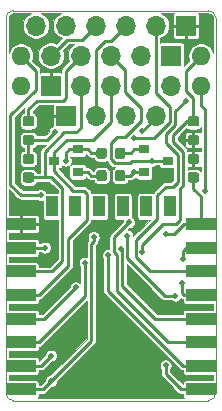
<source format=gbr>
%TF.GenerationSoftware,KiCad,Pcbnew,5.1.5+dfsg1-2~bpo10+1*%
%TF.CreationDate,Date%
%TF.ProjectId,ProMicro_ESP12E,50726f4d-6963-4726-9f5f-455350313245,v1.0*%
%TF.SameCoordinates,Original*%
%TF.FileFunction,Copper,L1,Top*%
%TF.FilePolarity,Positive*%
%FSLAX45Y45*%
G04 Gerber Fmt 4.5, Leading zero omitted, Abs format (unit mm)*
G04 Created by KiCad*
%MOMM*%
%LPD*%
G04 APERTURE LIST*
%ADD10C,0.100000*%
%ADD11O,1.600000X1.600000*%
%ADD12C,0.150000*%
%ADD13R,0.900000X0.800000*%
%ADD14O,1.700000X1.700000*%
%ADD15R,1.700000X1.700000*%
%ADD16R,2.500000X1.000000*%
%ADD17R,1.000000X1.800000*%
%ADD18C,0.500000*%
%ADD19C,0.250000*%
%ADD20C,0.125000*%
%ADD21C,0.200000*%
%ADD22C,0.350000*%
G04 APERTURE END LIST*
D10*
X-63500Y3175000D02*
G75*
G03X-127000Y3111500I0J-63500D01*
G01*
X1651000Y3111500D02*
G75*
G03X1587500Y3175000I-63500J0D01*
G01*
X1587500Y-127000D02*
G75*
G03X1651000Y-63500I0J63500D01*
G01*
X-127000Y-63500D02*
G75*
G03X-63500Y-127000I63500J0D01*
G01*
X-127000Y3111500D02*
X-127000Y-63500D01*
X1587500Y3175000D02*
X-63500Y3175000D01*
X1651000Y-63500D02*
X1651000Y3111500D01*
X-63500Y-127000D02*
X1587500Y-127000D01*
D11*
X0Y2794000D03*
X0Y2540000D03*
X1524000Y2540000D03*
X1524000Y2794000D03*
%TA.AperFunction,SMDPad,CuDef*%
D12*
G36*
X1488269Y2123895D02*
G01*
X1490393Y2123580D01*
X1492475Y2123058D01*
X1494496Y2122335D01*
X1496437Y2121417D01*
X1498278Y2120313D01*
X1500002Y2119035D01*
X1501593Y2117593D01*
X1503035Y2116002D01*
X1504313Y2114278D01*
X1505417Y2112437D01*
X1506335Y2110496D01*
X1507058Y2108475D01*
X1507580Y2106393D01*
X1507895Y2104269D01*
X1508000Y2102125D01*
X1508000Y2058375D01*
X1507895Y2056231D01*
X1507580Y2054107D01*
X1507058Y2052025D01*
X1506335Y2050004D01*
X1505417Y2048063D01*
X1504313Y2046222D01*
X1503035Y2044498D01*
X1501593Y2042907D01*
X1500002Y2041465D01*
X1498278Y2040187D01*
X1496437Y2039083D01*
X1494496Y2038165D01*
X1492475Y2037442D01*
X1490393Y2036920D01*
X1488269Y2036605D01*
X1486125Y2036500D01*
X1434875Y2036500D01*
X1432731Y2036605D01*
X1430607Y2036920D01*
X1428525Y2037442D01*
X1426504Y2038165D01*
X1424563Y2039083D01*
X1422722Y2040187D01*
X1420998Y2041465D01*
X1419407Y2042907D01*
X1417965Y2044498D01*
X1416687Y2046222D01*
X1415583Y2048063D01*
X1414665Y2050004D01*
X1413942Y2052025D01*
X1413420Y2054107D01*
X1413105Y2056231D01*
X1413000Y2058375D01*
X1413000Y2102125D01*
X1413105Y2104269D01*
X1413420Y2106393D01*
X1413942Y2108475D01*
X1414665Y2110496D01*
X1415583Y2112437D01*
X1416687Y2114278D01*
X1417965Y2116002D01*
X1419407Y2117593D01*
X1420998Y2119035D01*
X1422722Y2120313D01*
X1424563Y2121417D01*
X1426504Y2122335D01*
X1428525Y2123058D01*
X1430607Y2123580D01*
X1432731Y2123895D01*
X1434875Y2124000D01*
X1486125Y2124000D01*
X1488269Y2123895D01*
G37*
%TD.AperFunction*%
%TA.AperFunction,SMDPad,CuDef*%
G36*
X1488269Y2281395D02*
G01*
X1490393Y2281080D01*
X1492475Y2280558D01*
X1494496Y2279835D01*
X1496437Y2278917D01*
X1498278Y2277813D01*
X1500002Y2276535D01*
X1501593Y2275093D01*
X1503035Y2273502D01*
X1504313Y2271778D01*
X1505417Y2269937D01*
X1506335Y2267996D01*
X1507058Y2265975D01*
X1507580Y2263893D01*
X1507895Y2261769D01*
X1508000Y2259625D01*
X1508000Y2215875D01*
X1507895Y2213731D01*
X1507580Y2211607D01*
X1507058Y2209525D01*
X1506335Y2207504D01*
X1505417Y2205563D01*
X1504313Y2203722D01*
X1503035Y2201998D01*
X1501593Y2200407D01*
X1500002Y2198965D01*
X1498278Y2197687D01*
X1496437Y2196583D01*
X1494496Y2195665D01*
X1492475Y2194942D01*
X1490393Y2194420D01*
X1488269Y2194105D01*
X1486125Y2194000D01*
X1434875Y2194000D01*
X1432731Y2194105D01*
X1430607Y2194420D01*
X1428525Y2194942D01*
X1426504Y2195665D01*
X1424563Y2196583D01*
X1422722Y2197687D01*
X1420998Y2198965D01*
X1419407Y2200407D01*
X1417965Y2201998D01*
X1416687Y2203722D01*
X1415583Y2205563D01*
X1414665Y2207504D01*
X1413942Y2209525D01*
X1413420Y2211607D01*
X1413105Y2213731D01*
X1413000Y2215875D01*
X1413000Y2259625D01*
X1413105Y2261769D01*
X1413420Y2263893D01*
X1413942Y2265975D01*
X1414665Y2267996D01*
X1415583Y2269937D01*
X1416687Y2271778D01*
X1417965Y2273502D01*
X1419407Y2275093D01*
X1420998Y2276535D01*
X1422722Y2277813D01*
X1424563Y2278917D01*
X1426504Y2279835D01*
X1428525Y2280558D01*
X1430607Y2281080D01*
X1432731Y2281395D01*
X1434875Y2281500D01*
X1486125Y2281500D01*
X1488269Y2281395D01*
G37*
%TD.AperFunction*%
D13*
X1243000Y1905000D03*
X1043000Y1810000D03*
X1043000Y2000000D03*
X281000Y1905000D03*
X481000Y2000000D03*
X481000Y1810000D03*
%TA.AperFunction,SMDPad,CuDef*%
D12*
G36*
X91269Y2281395D02*
G01*
X93393Y2281080D01*
X95475Y2280558D01*
X97496Y2279835D01*
X99437Y2278917D01*
X101278Y2277813D01*
X103002Y2276535D01*
X104593Y2275093D01*
X106035Y2273502D01*
X107313Y2271778D01*
X108417Y2269937D01*
X109335Y2267996D01*
X110058Y2265975D01*
X110580Y2263893D01*
X110895Y2261769D01*
X111000Y2259625D01*
X111000Y2215875D01*
X110895Y2213731D01*
X110580Y2211607D01*
X110058Y2209525D01*
X109335Y2207504D01*
X108417Y2205563D01*
X107313Y2203722D01*
X106035Y2201998D01*
X104593Y2200407D01*
X103002Y2198965D01*
X101278Y2197687D01*
X99437Y2196583D01*
X97496Y2195665D01*
X95475Y2194942D01*
X93393Y2194420D01*
X91269Y2194105D01*
X89125Y2194000D01*
X37875Y2194000D01*
X35731Y2194105D01*
X33607Y2194420D01*
X31525Y2194942D01*
X29504Y2195665D01*
X27563Y2196583D01*
X25722Y2197687D01*
X23998Y2198965D01*
X22407Y2200407D01*
X20965Y2201998D01*
X19687Y2203722D01*
X18583Y2205563D01*
X17665Y2207504D01*
X16942Y2209525D01*
X16420Y2211607D01*
X16105Y2213731D01*
X16000Y2215875D01*
X16000Y2259625D01*
X16105Y2261769D01*
X16420Y2263893D01*
X16942Y2265975D01*
X17665Y2267996D01*
X18583Y2269937D01*
X19687Y2271778D01*
X20965Y2273502D01*
X22407Y2275093D01*
X23998Y2276535D01*
X25722Y2277813D01*
X27563Y2278917D01*
X29504Y2279835D01*
X31525Y2280558D01*
X33607Y2281080D01*
X35731Y2281395D01*
X37875Y2281500D01*
X89125Y2281500D01*
X91269Y2281395D01*
G37*
%TD.AperFunction*%
%TA.AperFunction,SMDPad,CuDef*%
G36*
X91269Y2123895D02*
G01*
X93393Y2123580D01*
X95475Y2123058D01*
X97496Y2122335D01*
X99437Y2121417D01*
X101278Y2120313D01*
X103002Y2119035D01*
X104593Y2117593D01*
X106035Y2116002D01*
X107313Y2114278D01*
X108417Y2112437D01*
X109335Y2110496D01*
X110058Y2108475D01*
X110580Y2106393D01*
X110895Y2104269D01*
X111000Y2102125D01*
X111000Y2058375D01*
X110895Y2056231D01*
X110580Y2054107D01*
X110058Y2052025D01*
X109335Y2050004D01*
X108417Y2048063D01*
X107313Y2046222D01*
X106035Y2044498D01*
X104593Y2042907D01*
X103002Y2041465D01*
X101278Y2040187D01*
X99437Y2039083D01*
X97496Y2038165D01*
X95475Y2037442D01*
X93393Y2036920D01*
X91269Y2036605D01*
X89125Y2036500D01*
X37875Y2036500D01*
X35731Y2036605D01*
X33607Y2036920D01*
X31525Y2037442D01*
X29504Y2038165D01*
X27563Y2039083D01*
X25722Y2040187D01*
X23998Y2041465D01*
X22407Y2042907D01*
X20965Y2044498D01*
X19687Y2046222D01*
X18583Y2048063D01*
X17665Y2050004D01*
X16942Y2052025D01*
X16420Y2054107D01*
X16105Y2056231D01*
X16000Y2058375D01*
X16000Y2102125D01*
X16105Y2104269D01*
X16420Y2106393D01*
X16942Y2108475D01*
X17665Y2110496D01*
X18583Y2112437D01*
X19687Y2114278D01*
X20965Y2116002D01*
X22407Y2117593D01*
X23998Y2119035D01*
X25722Y2120313D01*
X27563Y2121417D01*
X29504Y2122335D01*
X31525Y2123058D01*
X33607Y2123580D01*
X35731Y2123895D01*
X37875Y2124000D01*
X89125Y2124000D01*
X91269Y2123895D01*
G37*
%TD.AperFunction*%
%TA.AperFunction,SMDPad,CuDef*%
G36*
X91269Y1806395D02*
G01*
X93393Y1806080D01*
X95475Y1805558D01*
X97496Y1804835D01*
X99437Y1803917D01*
X101278Y1802813D01*
X103002Y1801535D01*
X104593Y1800093D01*
X106035Y1798502D01*
X107313Y1796778D01*
X108417Y1794937D01*
X109335Y1792996D01*
X110058Y1790975D01*
X110580Y1788893D01*
X110895Y1786769D01*
X111000Y1784625D01*
X111000Y1740875D01*
X110895Y1738731D01*
X110580Y1736607D01*
X110058Y1734525D01*
X109335Y1732504D01*
X108417Y1730563D01*
X107313Y1728722D01*
X106035Y1726998D01*
X104593Y1725407D01*
X103002Y1723965D01*
X101278Y1722687D01*
X99437Y1721583D01*
X97496Y1720665D01*
X95475Y1719942D01*
X93393Y1719420D01*
X91269Y1719105D01*
X89125Y1719000D01*
X37875Y1719000D01*
X35731Y1719105D01*
X33607Y1719420D01*
X31525Y1719942D01*
X29504Y1720665D01*
X27563Y1721583D01*
X25722Y1722687D01*
X23998Y1723965D01*
X22407Y1725407D01*
X20965Y1726998D01*
X19687Y1728722D01*
X18583Y1730563D01*
X17665Y1732504D01*
X16942Y1734525D01*
X16420Y1736607D01*
X16105Y1738731D01*
X16000Y1740875D01*
X16000Y1784625D01*
X16105Y1786769D01*
X16420Y1788893D01*
X16942Y1790975D01*
X17665Y1792996D01*
X18583Y1794937D01*
X19687Y1796778D01*
X20965Y1798502D01*
X22407Y1800093D01*
X23998Y1801535D01*
X25722Y1802813D01*
X27563Y1803917D01*
X29504Y1804835D01*
X31525Y1805558D01*
X33607Y1806080D01*
X35731Y1806395D01*
X37875Y1806500D01*
X89125Y1806500D01*
X91269Y1806395D01*
G37*
%TD.AperFunction*%
%TA.AperFunction,SMDPad,CuDef*%
G36*
X91269Y1963895D02*
G01*
X93393Y1963580D01*
X95475Y1963058D01*
X97496Y1962335D01*
X99437Y1961417D01*
X101278Y1960313D01*
X103002Y1959035D01*
X104593Y1957593D01*
X106035Y1956002D01*
X107313Y1954278D01*
X108417Y1952437D01*
X109335Y1950496D01*
X110058Y1948475D01*
X110580Y1946393D01*
X110895Y1944269D01*
X111000Y1942125D01*
X111000Y1898375D01*
X110895Y1896231D01*
X110580Y1894107D01*
X110058Y1892025D01*
X109335Y1890004D01*
X108417Y1888063D01*
X107313Y1886222D01*
X106035Y1884498D01*
X104593Y1882907D01*
X103002Y1881465D01*
X101278Y1880187D01*
X99437Y1879083D01*
X97496Y1878165D01*
X95475Y1877442D01*
X93393Y1876920D01*
X91269Y1876605D01*
X89125Y1876500D01*
X37875Y1876500D01*
X35731Y1876605D01*
X33607Y1876920D01*
X31525Y1877442D01*
X29504Y1878165D01*
X27563Y1879083D01*
X25722Y1880187D01*
X23998Y1881465D01*
X22407Y1882907D01*
X20965Y1884498D01*
X19687Y1886222D01*
X18583Y1888063D01*
X17665Y1890004D01*
X16942Y1892025D01*
X16420Y1894107D01*
X16105Y1896231D01*
X16000Y1898375D01*
X16000Y1942125D01*
X16105Y1944269D01*
X16420Y1946393D01*
X16942Y1948475D01*
X17665Y1950496D01*
X18583Y1952437D01*
X19687Y1954278D01*
X20965Y1956002D01*
X22407Y1957593D01*
X23998Y1959035D01*
X25722Y1960313D01*
X27563Y1961417D01*
X29504Y1962335D01*
X31525Y1963058D01*
X33607Y1963580D01*
X35731Y1963895D01*
X37875Y1964000D01*
X89125Y1964000D01*
X91269Y1963895D01*
G37*
%TD.AperFunction*%
%TA.AperFunction,SMDPad,CuDef*%
G36*
X707269Y2015895D02*
G01*
X709393Y2015580D01*
X711475Y2015058D01*
X713496Y2014335D01*
X715437Y2013417D01*
X717278Y2012313D01*
X719002Y2011035D01*
X720593Y2009593D01*
X722035Y2008002D01*
X723313Y2006278D01*
X724417Y2004437D01*
X725335Y2002496D01*
X726058Y2000475D01*
X726580Y1998393D01*
X726895Y1996269D01*
X727000Y1994125D01*
X727000Y1942875D01*
X726895Y1940731D01*
X726580Y1938607D01*
X726058Y1936525D01*
X725335Y1934504D01*
X724417Y1932563D01*
X723313Y1930722D01*
X722035Y1928998D01*
X720593Y1927407D01*
X719002Y1925965D01*
X717278Y1924687D01*
X715437Y1923583D01*
X713496Y1922665D01*
X711475Y1921942D01*
X709393Y1921420D01*
X707269Y1921105D01*
X705125Y1921000D01*
X661375Y1921000D01*
X659231Y1921105D01*
X657107Y1921420D01*
X655025Y1921942D01*
X653004Y1922665D01*
X651063Y1923583D01*
X649222Y1924687D01*
X647498Y1925965D01*
X645907Y1927407D01*
X644465Y1928998D01*
X643187Y1930722D01*
X642083Y1932563D01*
X641165Y1934504D01*
X640442Y1936525D01*
X639920Y1938607D01*
X639605Y1940731D01*
X639500Y1942875D01*
X639500Y1994125D01*
X639605Y1996269D01*
X639920Y1998393D01*
X640442Y2000475D01*
X641165Y2002496D01*
X642083Y2004437D01*
X643187Y2006278D01*
X644465Y2008002D01*
X645907Y2009593D01*
X647498Y2011035D01*
X649222Y2012313D01*
X651063Y2013417D01*
X653004Y2014335D01*
X655025Y2015058D01*
X657107Y2015580D01*
X659231Y2015895D01*
X661375Y2016000D01*
X705125Y2016000D01*
X707269Y2015895D01*
G37*
%TD.AperFunction*%
%TA.AperFunction,SMDPad,CuDef*%
G36*
X864769Y2015895D02*
G01*
X866893Y2015580D01*
X868975Y2015058D01*
X870996Y2014335D01*
X872937Y2013417D01*
X874778Y2012313D01*
X876502Y2011035D01*
X878093Y2009593D01*
X879535Y2008002D01*
X880813Y2006278D01*
X881917Y2004437D01*
X882835Y2002496D01*
X883558Y2000475D01*
X884080Y1998393D01*
X884395Y1996269D01*
X884500Y1994125D01*
X884500Y1942875D01*
X884395Y1940731D01*
X884080Y1938607D01*
X883558Y1936525D01*
X882835Y1934504D01*
X881917Y1932563D01*
X880813Y1930722D01*
X879535Y1928998D01*
X878093Y1927407D01*
X876502Y1925965D01*
X874778Y1924687D01*
X872937Y1923583D01*
X870996Y1922665D01*
X868975Y1921942D01*
X866893Y1921420D01*
X864769Y1921105D01*
X862625Y1921000D01*
X818875Y1921000D01*
X816731Y1921105D01*
X814607Y1921420D01*
X812525Y1921942D01*
X810504Y1922665D01*
X808563Y1923583D01*
X806722Y1924687D01*
X804998Y1925965D01*
X803407Y1927407D01*
X801965Y1928998D01*
X800687Y1930722D01*
X799583Y1932563D01*
X798665Y1934504D01*
X797942Y1936525D01*
X797420Y1938607D01*
X797105Y1940731D01*
X797000Y1942875D01*
X797000Y1994125D01*
X797105Y1996269D01*
X797420Y1998393D01*
X797942Y2000475D01*
X798665Y2002496D01*
X799583Y2004437D01*
X800687Y2006278D01*
X801965Y2008002D01*
X803407Y2009593D01*
X804998Y2011035D01*
X806722Y2012313D01*
X808563Y2013417D01*
X810504Y2014335D01*
X812525Y2015058D01*
X814607Y2015580D01*
X816731Y2015895D01*
X818875Y2016000D01*
X862625Y2016000D01*
X864769Y2015895D01*
G37*
%TD.AperFunction*%
%TA.AperFunction,SMDPad,CuDef*%
G36*
X864769Y1825395D02*
G01*
X866893Y1825080D01*
X868975Y1824558D01*
X870996Y1823835D01*
X872937Y1822917D01*
X874778Y1821813D01*
X876502Y1820535D01*
X878093Y1819093D01*
X879535Y1817502D01*
X880813Y1815778D01*
X881917Y1813937D01*
X882835Y1811996D01*
X883558Y1809975D01*
X884080Y1807893D01*
X884395Y1805769D01*
X884500Y1803625D01*
X884500Y1752375D01*
X884395Y1750231D01*
X884080Y1748107D01*
X883558Y1746025D01*
X882835Y1744004D01*
X881917Y1742063D01*
X880813Y1740222D01*
X879535Y1738498D01*
X878093Y1736907D01*
X876502Y1735465D01*
X874778Y1734187D01*
X872937Y1733083D01*
X870996Y1732165D01*
X868975Y1731442D01*
X866893Y1730920D01*
X864769Y1730605D01*
X862625Y1730500D01*
X818875Y1730500D01*
X816731Y1730605D01*
X814607Y1730920D01*
X812525Y1731442D01*
X810504Y1732165D01*
X808563Y1733083D01*
X806722Y1734187D01*
X804998Y1735465D01*
X803407Y1736907D01*
X801965Y1738498D01*
X800687Y1740222D01*
X799583Y1742063D01*
X798665Y1744004D01*
X797942Y1746025D01*
X797420Y1748107D01*
X797105Y1750231D01*
X797000Y1752375D01*
X797000Y1803625D01*
X797105Y1805769D01*
X797420Y1807893D01*
X797942Y1809975D01*
X798665Y1811996D01*
X799583Y1813937D01*
X800687Y1815778D01*
X801965Y1817502D01*
X803407Y1819093D01*
X804998Y1820535D01*
X806722Y1821813D01*
X808563Y1822917D01*
X810504Y1823835D01*
X812525Y1824558D01*
X814607Y1825080D01*
X816731Y1825395D01*
X818875Y1825500D01*
X862625Y1825500D01*
X864769Y1825395D01*
G37*
%TD.AperFunction*%
%TA.AperFunction,SMDPad,CuDef*%
G36*
X707269Y1825395D02*
G01*
X709393Y1825080D01*
X711475Y1824558D01*
X713496Y1823835D01*
X715437Y1822917D01*
X717278Y1821813D01*
X719002Y1820535D01*
X720593Y1819093D01*
X722035Y1817502D01*
X723313Y1815778D01*
X724417Y1813937D01*
X725335Y1811996D01*
X726058Y1809975D01*
X726580Y1807893D01*
X726895Y1805769D01*
X727000Y1803625D01*
X727000Y1752375D01*
X726895Y1750231D01*
X726580Y1748107D01*
X726058Y1746025D01*
X725335Y1744004D01*
X724417Y1742063D01*
X723313Y1740222D01*
X722035Y1738498D01*
X720593Y1736907D01*
X719002Y1735465D01*
X717278Y1734187D01*
X715437Y1733083D01*
X713496Y1732165D01*
X711475Y1731442D01*
X709393Y1730920D01*
X707269Y1730605D01*
X705125Y1730500D01*
X661375Y1730500D01*
X659231Y1730605D01*
X657107Y1730920D01*
X655025Y1731442D01*
X653004Y1732165D01*
X651063Y1733083D01*
X649222Y1734187D01*
X647498Y1735465D01*
X645907Y1736907D01*
X644465Y1738498D01*
X643187Y1740222D01*
X642083Y1742063D01*
X641165Y1744004D01*
X640442Y1746025D01*
X639920Y1748107D01*
X639605Y1750231D01*
X639500Y1752375D01*
X639500Y1803625D01*
X639605Y1805769D01*
X639920Y1807893D01*
X640442Y1809975D01*
X641165Y1811996D01*
X642083Y1813937D01*
X643187Y1815778D01*
X644465Y1817502D01*
X645907Y1819093D01*
X647498Y1820535D01*
X649222Y1821813D01*
X651063Y1822917D01*
X653004Y1823835D01*
X655025Y1824558D01*
X657107Y1825080D01*
X659231Y1825395D01*
X661375Y1825500D01*
X705125Y1825500D01*
X707269Y1825395D01*
G37*
%TD.AperFunction*%
%TA.AperFunction,SMDPad,CuDef*%
G36*
X1488269Y1806395D02*
G01*
X1490393Y1806080D01*
X1492475Y1805558D01*
X1494496Y1804835D01*
X1496437Y1803917D01*
X1498278Y1802813D01*
X1500002Y1801535D01*
X1501593Y1800093D01*
X1503035Y1798502D01*
X1504313Y1796778D01*
X1505417Y1794937D01*
X1506335Y1792996D01*
X1507058Y1790975D01*
X1507580Y1788893D01*
X1507895Y1786769D01*
X1508000Y1784625D01*
X1508000Y1740875D01*
X1507895Y1738731D01*
X1507580Y1736607D01*
X1507058Y1734525D01*
X1506335Y1732504D01*
X1505417Y1730563D01*
X1504313Y1728722D01*
X1503035Y1726998D01*
X1501593Y1725407D01*
X1500002Y1723965D01*
X1498278Y1722687D01*
X1496437Y1721583D01*
X1494496Y1720665D01*
X1492475Y1719942D01*
X1490393Y1719420D01*
X1488269Y1719105D01*
X1486125Y1719000D01*
X1434875Y1719000D01*
X1432731Y1719105D01*
X1430607Y1719420D01*
X1428525Y1719942D01*
X1426504Y1720665D01*
X1424563Y1721583D01*
X1422722Y1722687D01*
X1420998Y1723965D01*
X1419407Y1725407D01*
X1417965Y1726998D01*
X1416687Y1728722D01*
X1415583Y1730563D01*
X1414665Y1732504D01*
X1413942Y1734525D01*
X1413420Y1736607D01*
X1413105Y1738731D01*
X1413000Y1740875D01*
X1413000Y1784625D01*
X1413105Y1786769D01*
X1413420Y1788893D01*
X1413942Y1790975D01*
X1414665Y1792996D01*
X1415583Y1794937D01*
X1416687Y1796778D01*
X1417965Y1798502D01*
X1419407Y1800093D01*
X1420998Y1801535D01*
X1422722Y1802813D01*
X1424563Y1803917D01*
X1426504Y1804835D01*
X1428525Y1805558D01*
X1430607Y1806080D01*
X1432731Y1806395D01*
X1434875Y1806500D01*
X1486125Y1806500D01*
X1488269Y1806395D01*
G37*
%TD.AperFunction*%
%TA.AperFunction,SMDPad,CuDef*%
G36*
X1488269Y1963895D02*
G01*
X1490393Y1963580D01*
X1492475Y1963058D01*
X1494496Y1962335D01*
X1496437Y1961417D01*
X1498278Y1960313D01*
X1500002Y1959035D01*
X1501593Y1957593D01*
X1503035Y1956002D01*
X1504313Y1954278D01*
X1505417Y1952437D01*
X1506335Y1950496D01*
X1507058Y1948475D01*
X1507580Y1946393D01*
X1507895Y1944269D01*
X1508000Y1942125D01*
X1508000Y1898375D01*
X1507895Y1896231D01*
X1507580Y1894107D01*
X1507058Y1892025D01*
X1506335Y1890004D01*
X1505417Y1888063D01*
X1504313Y1886222D01*
X1503035Y1884498D01*
X1501593Y1882907D01*
X1500002Y1881465D01*
X1498278Y1880187D01*
X1496437Y1879083D01*
X1494496Y1878165D01*
X1492475Y1877442D01*
X1490393Y1876920D01*
X1488269Y1876605D01*
X1486125Y1876500D01*
X1434875Y1876500D01*
X1432731Y1876605D01*
X1430607Y1876920D01*
X1428525Y1877442D01*
X1426504Y1878165D01*
X1424563Y1879083D01*
X1422722Y1880187D01*
X1420998Y1881465D01*
X1419407Y1882907D01*
X1417965Y1884498D01*
X1416687Y1886222D01*
X1415583Y1888063D01*
X1414665Y1890004D01*
X1413942Y1892025D01*
X1413420Y1894107D01*
X1413105Y1896231D01*
X1413000Y1898375D01*
X1413000Y1942125D01*
X1413105Y1944269D01*
X1413420Y1946393D01*
X1413942Y1948475D01*
X1414665Y1950496D01*
X1415583Y1952437D01*
X1416687Y1954278D01*
X1417965Y1956002D01*
X1419407Y1957593D01*
X1420998Y1959035D01*
X1422722Y1960313D01*
X1424563Y1961417D01*
X1426504Y1962335D01*
X1428525Y1963058D01*
X1430607Y1963580D01*
X1432731Y1963895D01*
X1434875Y1964000D01*
X1486125Y1964000D01*
X1488269Y1963895D01*
G37*
%TD.AperFunction*%
D14*
X127000Y3048000D03*
X381000Y3048000D03*
X635000Y3048000D03*
X889000Y3048000D03*
X1143000Y3048000D03*
D15*
X1397000Y3048000D03*
D14*
X1270000Y2540000D03*
D15*
X1270000Y2794000D03*
D14*
X1143000Y2286000D03*
X889000Y2286000D03*
X635000Y2286000D03*
D15*
X381000Y2286000D03*
D14*
X1016000Y2794000D03*
X1016000Y2540000D03*
X762000Y2794000D03*
X762000Y2540000D03*
X508000Y2794000D03*
X508000Y2540000D03*
X254000Y2794000D03*
D15*
X254000Y2540000D03*
D16*
X2000Y-32500D03*
X2000Y167500D03*
X2000Y367500D03*
X2000Y567500D03*
X2000Y767500D03*
X2000Y967500D03*
X2000Y1167500D03*
X2000Y1367500D03*
D17*
X262000Y1517500D03*
X462000Y1517500D03*
X662000Y1517500D03*
X862000Y1517500D03*
X1062000Y1517500D03*
X1262000Y1517500D03*
D16*
X1522000Y1367500D03*
X1522000Y1167500D03*
X1522000Y967500D03*
X1522000Y767500D03*
X1522000Y567500D03*
X1522000Y367500D03*
X1522000Y167500D03*
X1522000Y-32500D03*
D18*
X444500Y406400D03*
X673100Y685800D03*
X1365250Y2082800D03*
X1250950Y1771650D03*
X863600Y419100D03*
X203200Y1035050D03*
X266700Y755650D03*
X146050Y1524000D03*
X381000Y1803400D03*
X247650Y139700D03*
X330200Y-63500D03*
X1282700Y-63500D03*
X749300Y1308100D03*
X590550Y1346200D03*
X596900Y1879600D03*
X762000Y1663700D03*
X254000Y2959100D03*
X203200Y1689100D03*
X673100Y901700D03*
X1092200Y723900D03*
X965200Y863600D03*
X1110899Y1905000D03*
X1225550Y171450D03*
X1231900Y1282700D03*
X285750Y2146300D03*
X1308101Y761999D03*
X901700Y1270000D03*
X736906Y1103492D03*
X1365250Y869950D03*
X1397000Y2413000D03*
X1562100Y1651000D03*
X1371600Y1073150D03*
X203200Y1168400D03*
X1029602Y1130300D03*
X254000Y254000D03*
X254000Y38100D03*
X615950Y1257300D03*
X539399Y1041400D03*
X1026015Y2152998D03*
X463550Y831850D03*
X167392Y1613440D03*
X844199Y1159851D03*
X913498Y1382499D03*
X381000Y1905000D03*
X959100Y1810000D03*
X958850Y2095497D03*
D19*
X1243000Y1905000D02*
X1110899Y1905000D01*
X939800Y1905000D02*
X1110899Y1905000D01*
X762000Y2057400D02*
X762000Y1917700D01*
X762000Y1917700D02*
X793750Y1885950D01*
X1016000Y2349550D02*
X1016000Y2239100D01*
X882650Y2673350D02*
X882650Y2482900D01*
X762000Y2794000D02*
X882650Y2673350D01*
X1016000Y2239100D02*
X885100Y2108200D01*
X793750Y1885950D02*
X920750Y1885950D01*
X885100Y2108200D02*
X812800Y2108200D01*
X882650Y2482900D02*
X1016000Y2349550D01*
X920750Y1885950D02*
X939800Y1905000D01*
X812800Y2108200D02*
X762000Y2057400D01*
X1522000Y-32500D02*
X1359650Y-32500D01*
X1225550Y101600D02*
X1225550Y171450D01*
X1359650Y-32500D02*
X1225550Y101600D01*
X63500Y2080250D02*
X63500Y2026500D01*
X63500Y2026500D02*
X63500Y1930400D01*
X1460500Y1762750D02*
X1460500Y1663700D01*
X1522000Y1602200D02*
X1460500Y1663700D01*
X1522000Y1367500D02*
X1522000Y1602200D01*
X1383375Y1367500D02*
X1522000Y1367500D01*
X1231900Y1282700D02*
X1298575Y1282700D01*
X1298575Y1282700D02*
X1383375Y1367500D01*
X219700Y2080250D02*
X285750Y2146300D01*
X63500Y2080250D02*
X219700Y2080250D01*
X762000Y2921000D02*
X889000Y3048000D01*
X715100Y2921000D02*
X762000Y2921000D01*
X635000Y2286000D02*
X635000Y2840900D01*
X635000Y2840900D02*
X715100Y2921000D01*
X901700Y1079500D02*
X1219201Y761999D01*
X901700Y1270000D02*
X901700Y1079500D01*
X1272745Y761999D02*
X1308101Y761999D01*
X1219201Y761999D02*
X1272745Y761999D01*
X1522000Y167500D02*
X1372000Y167500D01*
X1372000Y167500D02*
X736906Y802594D01*
X736906Y802594D02*
X736906Y1068137D01*
X736906Y1068137D02*
X736906Y1103492D01*
X1365250Y787400D02*
X1365250Y869950D01*
X1522000Y767500D02*
X1385150Y767500D01*
X1385150Y767500D02*
X1365250Y787400D01*
X1327150Y1727200D02*
X1284951Y1685001D01*
X1284951Y1685001D02*
X1227801Y1685001D01*
X1155700Y1612900D02*
X1155700Y1412700D01*
X1155700Y1412700D02*
X972101Y1229101D01*
X972101Y1229101D02*
X972101Y1085299D01*
X1397000Y2413000D02*
X1308100Y2324100D01*
X1308100Y2324100D02*
X1308100Y2206491D01*
X1308100Y2206491D02*
X1231900Y2130291D01*
X1522000Y967500D02*
X1089900Y967500D01*
X1231900Y2130291D02*
X1231900Y2051050D01*
X1231900Y2051050D02*
X1327150Y1955800D01*
X1327150Y1955800D02*
X1327150Y1727200D01*
X1227801Y1685001D02*
X1155700Y1612900D01*
X1089900Y967500D02*
X972101Y1085299D01*
X1524000Y2540000D02*
X1524000Y2374900D01*
X1524000Y2374900D02*
X1562100Y2336800D01*
X1562100Y2336800D02*
X1562100Y1651000D01*
X1371600Y1108505D02*
X1371600Y1073150D01*
X1371600Y1143000D02*
X1371600Y1108505D01*
X1522000Y1167500D02*
X1396100Y1167500D01*
X1396100Y1167500D02*
X1371600Y1143000D01*
X2000Y1167500D02*
X202300Y1167500D01*
X202300Y1167500D02*
X203200Y1168400D01*
X1397000Y2667000D02*
X1524000Y2794000D01*
X1397000Y2495550D02*
X1397000Y2667000D01*
X1460500Y2237750D02*
X1460500Y2432050D01*
X1460500Y2432050D02*
X1397000Y2495550D01*
X1344500Y1668350D02*
X1344500Y1401500D01*
X1403000Y2237750D02*
X1289050Y2123800D01*
X1372151Y1980649D02*
X1372151Y1696001D01*
X1372151Y1696001D02*
X1344500Y1668350D01*
X1460500Y2237750D02*
X1403000Y2237750D01*
X1289050Y2123800D02*
X1289050Y2063750D01*
X1289050Y2063750D02*
X1372151Y1980649D01*
X1344500Y1401500D02*
X1314600Y1371600D01*
X1314600Y1371600D02*
X1206500Y1371600D01*
X1206500Y1371600D02*
X1029602Y1194702D01*
X1029602Y1194702D02*
X1029602Y1130300D01*
X167500Y167500D02*
X254000Y254000D01*
X2000Y167500D02*
X167500Y167500D01*
X2000Y-32500D02*
X183400Y-32500D01*
X183400Y-32500D02*
X254000Y38100D01*
X514350Y2927350D02*
X635000Y3048000D01*
X387350Y2927350D02*
X514350Y2927350D01*
X254000Y2794000D02*
X387350Y2927350D01*
X615950Y1221945D02*
X615950Y1257300D01*
X254000Y38100D02*
X596900Y381000D01*
X596900Y1202895D02*
X615950Y1221945D01*
X596900Y381000D02*
X596900Y1202895D01*
X2000Y367500D02*
X152000Y367500D01*
X539399Y754899D02*
X539399Y1006045D01*
X152000Y367500D02*
X539399Y754899D01*
X539399Y1006045D02*
X539399Y1041400D01*
X1143000Y2269983D02*
X1026015Y2152998D01*
X1143000Y2286000D02*
X1143000Y2269983D01*
X438550Y806850D02*
X463550Y831850D01*
X2000Y567500D02*
X199200Y567500D01*
X199200Y567500D02*
X438550Y806850D01*
X127000Y2667000D02*
X127000Y2505075D01*
X127000Y2505075D02*
X-89499Y2288576D01*
X-89499Y2288576D02*
X-89499Y1702399D01*
X132037Y1613440D02*
X167392Y1613440D01*
X0Y2794000D02*
X127000Y2667000D01*
X-540Y1613440D02*
X132037Y1613440D01*
X-89499Y1702399D02*
X-540Y1613440D01*
X856699Y845101D02*
X856699Y1147351D01*
X856699Y1147351D02*
X844199Y1159851D01*
X1522000Y567500D02*
X1134300Y567500D01*
X1134300Y567500D02*
X856699Y845101D01*
X387350Y2082800D02*
X281000Y1976450D01*
X281000Y1976450D02*
X281000Y1905000D01*
X609600Y2082800D02*
X387350Y2082800D01*
X762000Y2540000D02*
X762000Y2235200D01*
X762000Y2235200D02*
X609600Y2082800D01*
X558800Y1403350D02*
X400050Y1244600D01*
X281000Y1814500D02*
X444500Y1651000D01*
X558800Y1625600D02*
X558800Y1403350D01*
X281000Y1905000D02*
X281000Y1814500D01*
X400050Y1012825D02*
X154725Y767500D01*
X400050Y1244600D02*
X400050Y1012825D01*
X444500Y1651000D02*
X533400Y1651000D01*
X154725Y767500D02*
X2000Y767500D01*
X533400Y1651000D02*
X558800Y1625600D01*
X508000Y2184400D02*
X469900Y2146300D01*
X508000Y2540000D02*
X508000Y2184400D01*
X368300Y2146300D02*
X203200Y1981200D01*
X469900Y2146300D02*
X368300Y2146300D01*
X203200Y1981200D02*
X203200Y1763700D01*
X203200Y1763700D02*
X163500Y1763700D01*
X121950Y1763700D02*
X163500Y1763700D01*
X121000Y1762750D02*
X121950Y1763700D01*
X63500Y1762750D02*
X121000Y1762750D01*
X349250Y1054100D02*
X262650Y967500D01*
X262650Y967500D02*
X2000Y967500D01*
X349250Y1670050D02*
X349250Y1054100D01*
X203200Y1763700D02*
X255600Y1763700D01*
X255600Y1763700D02*
X349250Y1670050D01*
X63500Y2343150D02*
X63500Y2237750D01*
X381000Y2667000D02*
X381000Y2438500D01*
X355500Y2413000D02*
X133350Y2413000D01*
X381000Y2438500D02*
X355500Y2413000D01*
X508000Y2794000D02*
X381000Y2667000D01*
X133350Y2413000D02*
X63500Y2343150D01*
X786699Y1255700D02*
X888498Y1357499D01*
X888498Y1357499D02*
X913498Y1382499D01*
X1245400Y367500D02*
X811698Y801202D01*
X811698Y801202D02*
X811698Y1107252D01*
X1522000Y367500D02*
X1245400Y367500D01*
X811698Y1107252D02*
X786699Y1132251D01*
X786699Y1132251D02*
X786699Y1255700D01*
X565400Y2000000D02*
X481000Y2000000D01*
X683250Y1968500D02*
X596900Y1968500D01*
X596900Y1968500D02*
X565400Y2000000D01*
X411000Y2000000D02*
X481000Y2000000D01*
X381000Y1905000D02*
X381000Y1970000D01*
X381000Y1970000D02*
X411000Y2000000D01*
X927100Y1778000D02*
X840750Y1778000D01*
X1043000Y1810000D02*
X959100Y1810000D01*
X959100Y1810000D02*
X927100Y1778000D01*
X1143000Y2476500D02*
X1263099Y2356401D01*
X1143000Y3048000D02*
X1143000Y2476500D01*
X1263099Y2232199D02*
X1126397Y2095497D01*
X1126397Y2095497D02*
X958850Y2095497D01*
X1263099Y2356401D02*
X1263099Y2232199D01*
X564900Y1810000D02*
X481000Y1810000D01*
X683250Y1778000D02*
X596900Y1778000D01*
X596900Y1778000D02*
X564900Y1810000D01*
X929850Y1968500D02*
X840750Y1968500D01*
X1043000Y2000000D02*
X961350Y2000000D01*
X961350Y2000000D02*
X929850Y1968500D01*
D20*
G36*
X568154Y1942445D02*
G01*
X569367Y1940967D01*
X575268Y1936125D01*
X581999Y1932526D01*
X586825Y1931063D01*
X589304Y1930311D01*
X590081Y1930234D01*
X594997Y1929750D01*
X594998Y1929750D01*
X596900Y1929563D01*
X598802Y1929750D01*
X615176Y1929750D01*
X616796Y1924410D01*
X621255Y1916068D01*
X627256Y1908756D01*
X634568Y1902755D01*
X642910Y1898296D01*
X651962Y1895550D01*
X661375Y1894623D01*
X705125Y1894623D01*
X714538Y1895550D01*
X723590Y1898296D01*
X727357Y1900310D01*
X729625Y1896067D01*
X734467Y1890167D01*
X735945Y1888954D01*
X765004Y1859895D01*
X766217Y1858417D01*
X772117Y1853575D01*
X774819Y1852131D01*
X778849Y1849976D01*
X786154Y1847761D01*
X793750Y1847013D01*
X795653Y1847200D01*
X798531Y1847200D01*
X792068Y1843745D01*
X784756Y1837744D01*
X778755Y1830432D01*
X774296Y1822090D01*
X771550Y1813038D01*
X770623Y1803625D01*
X770623Y1752375D01*
X771550Y1742961D01*
X774296Y1733910D01*
X778755Y1725568D01*
X784756Y1718256D01*
X792068Y1712255D01*
X800410Y1707796D01*
X809461Y1705050D01*
X818875Y1704123D01*
X862625Y1704123D01*
X872038Y1705050D01*
X881090Y1707796D01*
X889432Y1712255D01*
X896744Y1718256D01*
X902745Y1725568D01*
X907204Y1733910D01*
X908824Y1739250D01*
X925197Y1739250D01*
X927100Y1739063D01*
X929003Y1739250D01*
X934696Y1739811D01*
X942001Y1742026D01*
X948732Y1745625D01*
X954633Y1750467D01*
X955846Y1751945D01*
X962651Y1758750D01*
X964148Y1758750D01*
X973422Y1760595D01*
X973631Y1759906D01*
X976068Y1755346D01*
X979349Y1751349D01*
X983346Y1748068D01*
X987906Y1745631D01*
X992854Y1744130D01*
X998000Y1743623D01*
X1088000Y1743623D01*
X1093146Y1744130D01*
X1098094Y1745631D01*
X1102654Y1748068D01*
X1106651Y1751349D01*
X1109932Y1755346D01*
X1112369Y1759906D01*
X1113870Y1764854D01*
X1114377Y1770000D01*
X1114377Y1850000D01*
X1114008Y1853750D01*
X1115947Y1853750D01*
X1125848Y1855719D01*
X1135175Y1859583D01*
X1143569Y1865191D01*
X1144628Y1866250D01*
X1171623Y1866250D01*
X1171623Y1865000D01*
X1172130Y1859854D01*
X1173631Y1854906D01*
X1176068Y1850346D01*
X1179349Y1846349D01*
X1183346Y1843068D01*
X1187906Y1840631D01*
X1192854Y1839130D01*
X1198000Y1838623D01*
X1288000Y1838623D01*
X1288400Y1838662D01*
X1288400Y1743251D01*
X1268901Y1723751D01*
X1229704Y1723751D01*
X1227801Y1723939D01*
X1220205Y1723190D01*
X1217989Y1722518D01*
X1212901Y1720975D01*
X1206169Y1717376D01*
X1200268Y1712534D01*
X1199055Y1711056D01*
X1129646Y1641646D01*
X1128167Y1640433D01*
X1123325Y1634532D01*
X1121928Y1631919D01*
X1117146Y1633370D01*
X1112000Y1633877D01*
X1012000Y1633877D01*
X1006854Y1633370D01*
X1001906Y1631869D01*
X997346Y1629432D01*
X993349Y1626151D01*
X990068Y1622154D01*
X987631Y1617594D01*
X986130Y1612646D01*
X985623Y1607500D01*
X985623Y1427500D01*
X986130Y1422354D01*
X987631Y1417406D01*
X990068Y1412846D01*
X993349Y1408849D01*
X997346Y1405568D01*
X1001906Y1403131D01*
X1006854Y1401630D01*
X1012000Y1401123D01*
X1089322Y1401123D01*
X952900Y1264700D01*
X952950Y1264952D01*
X952950Y1275048D01*
X950980Y1284949D01*
X947117Y1294276D01*
X941508Y1302670D01*
X934370Y1309809D01*
X925976Y1315417D01*
X916649Y1319281D01*
X907000Y1321200D01*
X917049Y1331249D01*
X918546Y1331249D01*
X928447Y1333218D01*
X937774Y1337082D01*
X946168Y1342690D01*
X953307Y1349829D01*
X958915Y1358223D01*
X962779Y1367550D01*
X964748Y1377451D01*
X964748Y1387547D01*
X962779Y1397448D01*
X958915Y1406775D01*
X953307Y1415169D01*
X946168Y1422307D01*
X938377Y1427513D01*
X938377Y1607500D01*
X937870Y1612646D01*
X936369Y1617594D01*
X933932Y1622154D01*
X930651Y1626151D01*
X926654Y1629432D01*
X922094Y1631869D01*
X917146Y1633370D01*
X912000Y1633877D01*
X812000Y1633877D01*
X806854Y1633370D01*
X801906Y1631869D01*
X797346Y1629432D01*
X793349Y1626151D01*
X790068Y1622154D01*
X787631Y1617594D01*
X786130Y1612646D01*
X785623Y1607500D01*
X785623Y1427500D01*
X786130Y1422354D01*
X787631Y1417406D01*
X790068Y1412846D01*
X793349Y1408849D01*
X797346Y1405568D01*
X801906Y1403131D01*
X806854Y1401630D01*
X812000Y1401123D01*
X865740Y1401123D01*
X864218Y1397448D01*
X862248Y1387547D01*
X862248Y1386050D01*
X760644Y1284445D01*
X759166Y1283233D01*
X754324Y1277332D01*
X754133Y1276975D01*
X750725Y1270600D01*
X748510Y1263296D01*
X747761Y1255700D01*
X747949Y1253796D01*
X747949Y1153550D01*
X741954Y1154742D01*
X731859Y1154742D01*
X721957Y1152773D01*
X712630Y1148909D01*
X704236Y1143301D01*
X697098Y1136162D01*
X691489Y1127768D01*
X687626Y1118441D01*
X685656Y1108540D01*
X685656Y1098444D01*
X687626Y1088543D01*
X691489Y1079216D01*
X697098Y1070822D01*
X698156Y1069764D01*
X698156Y1066234D01*
X698157Y1066233D01*
X698156Y804496D01*
X697969Y802594D01*
X698717Y794997D01*
X699069Y793836D01*
X700933Y787693D01*
X704531Y780961D01*
X709373Y775061D01*
X710852Y773847D01*
X1343254Y141445D01*
X1344467Y139967D01*
X1350368Y135125D01*
X1354754Y132780D01*
X1357099Y131527D01*
X1364404Y129311D01*
X1370623Y128698D01*
X1370623Y117500D01*
X1371130Y112354D01*
X1372631Y107406D01*
X1375068Y102846D01*
X1378349Y98849D01*
X1382346Y95568D01*
X1386906Y93131D01*
X1391854Y91630D01*
X1397000Y91123D01*
X1627250Y91123D01*
X1627250Y43877D01*
X1397000Y43877D01*
X1391854Y43370D01*
X1386906Y41869D01*
X1382346Y39432D01*
X1378349Y36151D01*
X1375068Y32154D01*
X1372631Y27594D01*
X1371130Y22646D01*
X1370623Y17500D01*
X1370623Y11328D01*
X1264300Y117651D01*
X1264300Y137722D01*
X1265359Y138780D01*
X1270967Y147174D01*
X1274831Y156501D01*
X1276800Y166402D01*
X1276800Y176498D01*
X1274831Y186399D01*
X1270967Y195726D01*
X1265359Y204120D01*
X1258220Y211258D01*
X1249826Y216867D01*
X1240499Y220730D01*
X1230598Y222700D01*
X1220502Y222700D01*
X1210601Y220730D01*
X1201274Y216867D01*
X1192880Y211258D01*
X1185742Y204120D01*
X1180133Y195726D01*
X1176270Y186399D01*
X1174300Y176498D01*
X1174300Y166402D01*
X1176270Y156501D01*
X1180133Y147174D01*
X1185742Y138780D01*
X1186800Y137721D01*
X1186800Y103503D01*
X1186613Y101600D01*
X1186800Y99697D01*
X1187361Y94004D01*
X1189577Y86699D01*
X1193175Y79968D01*
X1198017Y74067D01*
X1199496Y72854D01*
X1330904Y-58555D01*
X1332117Y-60033D01*
X1338018Y-64875D01*
X1344749Y-68474D01*
X1349838Y-70017D01*
X1352054Y-70689D01*
X1352831Y-70766D01*
X1357747Y-71250D01*
X1357748Y-71250D01*
X1359650Y-71437D01*
X1361552Y-71250D01*
X1370623Y-71250D01*
X1370623Y-82500D01*
X1371130Y-87646D01*
X1372631Y-92594D01*
X1375068Y-97154D01*
X1378349Y-101151D01*
X1380906Y-103250D01*
X143094Y-103250D01*
X145651Y-101151D01*
X148932Y-97154D01*
X151369Y-92594D01*
X152870Y-87646D01*
X153377Y-82500D01*
X153377Y-71250D01*
X181497Y-71250D01*
X183400Y-71437D01*
X185303Y-71250D01*
X190996Y-70689D01*
X198301Y-68474D01*
X205032Y-64875D01*
X210933Y-60033D01*
X212146Y-58554D01*
X257551Y-13150D01*
X259048Y-13150D01*
X268949Y-11180D01*
X278276Y-7317D01*
X286670Y-1708D01*
X293809Y5430D01*
X299417Y13824D01*
X303281Y23151D01*
X305250Y33052D01*
X305250Y34549D01*
X622955Y352254D01*
X624433Y353467D01*
X629275Y359367D01*
X632874Y366099D01*
X635089Y373404D01*
X635650Y379097D01*
X635650Y379098D01*
X635837Y381000D01*
X635650Y382902D01*
X635650Y1186844D01*
X642005Y1193199D01*
X643483Y1194412D01*
X648325Y1200312D01*
X651924Y1207044D01*
X652219Y1208020D01*
X654139Y1214348D01*
X654887Y1221945D01*
X654725Y1223596D01*
X655759Y1224630D01*
X661367Y1233024D01*
X665231Y1242351D01*
X667200Y1252252D01*
X667200Y1262348D01*
X665231Y1272249D01*
X661367Y1281576D01*
X655759Y1289970D01*
X648620Y1297109D01*
X640226Y1302717D01*
X630899Y1306581D01*
X620998Y1308550D01*
X610902Y1308550D01*
X601001Y1306581D01*
X591674Y1302717D01*
X583280Y1297109D01*
X576142Y1289970D01*
X570533Y1281576D01*
X566670Y1272249D01*
X564700Y1262348D01*
X564700Y1252252D01*
X566670Y1242351D01*
X570533Y1233024D01*
X571212Y1232007D01*
X570845Y1231641D01*
X569367Y1230428D01*
X564525Y1224527D01*
X562128Y1220042D01*
X560927Y1217795D01*
X558711Y1210491D01*
X557963Y1202895D01*
X558150Y1200991D01*
X558150Y1089106D01*
X554348Y1090681D01*
X544447Y1092650D01*
X534351Y1092650D01*
X524450Y1090681D01*
X515123Y1086817D01*
X506729Y1081209D01*
X499590Y1074070D01*
X493982Y1065676D01*
X490118Y1056349D01*
X488149Y1046448D01*
X488149Y1036352D01*
X490118Y1026451D01*
X493982Y1017124D01*
X499590Y1008730D01*
X500649Y1007671D01*
X500649Y1004142D01*
X500649Y1004141D01*
X500649Y867229D01*
X496220Y871658D01*
X487826Y877267D01*
X478499Y881130D01*
X468598Y883100D01*
X458502Y883100D01*
X448601Y881130D01*
X439274Y877267D01*
X430880Y871658D01*
X423741Y864520D01*
X418133Y856126D01*
X414269Y846799D01*
X412300Y836898D01*
X412300Y835401D01*
X183149Y606250D01*
X153377Y606250D01*
X153377Y617500D01*
X152870Y622646D01*
X151369Y627594D01*
X148932Y632154D01*
X145651Y636151D01*
X141654Y639432D01*
X137094Y641869D01*
X132146Y643370D01*
X127000Y643877D01*
X-103250Y643877D01*
X-103250Y691123D01*
X127000Y691123D01*
X132146Y691630D01*
X137094Y693131D01*
X141654Y695568D01*
X145651Y698849D01*
X148932Y702846D01*
X151369Y707406D01*
X152870Y712354D01*
X153377Y717500D01*
X153377Y728695D01*
X154725Y728563D01*
X156628Y728750D01*
X157581Y728844D01*
X162321Y729311D01*
X162383Y729329D01*
X169626Y731526D01*
X176357Y735125D01*
X182258Y739967D01*
X183471Y741445D01*
X426104Y984079D01*
X427583Y985292D01*
X432425Y991192D01*
X436023Y997924D01*
X438239Y1005229D01*
X438800Y1010922D01*
X438800Y1010923D01*
X438987Y1012825D01*
X438800Y1014727D01*
X438800Y1228549D01*
X584855Y1374604D01*
X586333Y1375817D01*
X591175Y1381718D01*
X594774Y1388449D01*
X596771Y1395033D01*
X596989Y1395754D01*
X597177Y1397655D01*
X597550Y1401447D01*
X597550Y1401448D01*
X597737Y1403350D01*
X597550Y1405252D01*
X597550Y1405459D01*
X601906Y1403131D01*
X606854Y1401630D01*
X612000Y1401123D01*
X712000Y1401123D01*
X717146Y1401630D01*
X722094Y1403131D01*
X726654Y1405568D01*
X730651Y1408849D01*
X733932Y1412846D01*
X736369Y1417406D01*
X737870Y1422354D01*
X738377Y1427500D01*
X738377Y1607500D01*
X737870Y1612646D01*
X736369Y1617594D01*
X733932Y1622154D01*
X730651Y1626151D01*
X726654Y1629432D01*
X722094Y1631869D01*
X717146Y1633370D01*
X712000Y1633877D01*
X612000Y1633877D01*
X606854Y1633370D01*
X601906Y1631869D01*
X597359Y1629439D01*
X596989Y1633196D01*
X596937Y1633370D01*
X595479Y1638173D01*
X594774Y1640501D01*
X591175Y1647232D01*
X586333Y1653133D01*
X584855Y1654346D01*
X562146Y1677054D01*
X560933Y1678533D01*
X555033Y1683375D01*
X548301Y1686973D01*
X540996Y1689189D01*
X535303Y1689750D01*
X533400Y1689937D01*
X531497Y1689750D01*
X460551Y1689750D01*
X319750Y1830551D01*
X319750Y1838623D01*
X326000Y1838623D01*
X331146Y1839130D01*
X336094Y1840631D01*
X340654Y1843068D01*
X344651Y1846349D01*
X347648Y1850000D01*
X409623Y1850000D01*
X409623Y1770000D01*
X410130Y1764854D01*
X411631Y1759906D01*
X414068Y1755346D01*
X417349Y1751349D01*
X421346Y1748068D01*
X425906Y1745631D01*
X430854Y1744130D01*
X436000Y1743623D01*
X526000Y1743623D01*
X531146Y1744130D01*
X536094Y1745631D01*
X540654Y1748068D01*
X544651Y1751349D01*
X547932Y1755346D01*
X550369Y1759906D01*
X551870Y1764854D01*
X552173Y1767926D01*
X568154Y1751945D01*
X569367Y1750467D01*
X575268Y1745625D01*
X581999Y1742026D01*
X586741Y1740588D01*
X589304Y1739811D01*
X590081Y1739734D01*
X594997Y1739250D01*
X594998Y1739250D01*
X596900Y1739063D01*
X598802Y1739250D01*
X615176Y1739250D01*
X616796Y1733910D01*
X621255Y1725568D01*
X627256Y1718256D01*
X634568Y1712255D01*
X642910Y1707796D01*
X651962Y1705050D01*
X661375Y1704123D01*
X705125Y1704123D01*
X714538Y1705050D01*
X723590Y1707796D01*
X731932Y1712255D01*
X739244Y1718256D01*
X745245Y1725568D01*
X749704Y1733910D01*
X752450Y1742961D01*
X753377Y1752375D01*
X753377Y1803625D01*
X752450Y1813038D01*
X749704Y1822090D01*
X745245Y1830432D01*
X739244Y1837744D01*
X731932Y1843745D01*
X723590Y1848204D01*
X714538Y1850950D01*
X705125Y1851877D01*
X661375Y1851877D01*
X651962Y1850950D01*
X642910Y1848204D01*
X634568Y1843745D01*
X627256Y1837744D01*
X621255Y1830432D01*
X616796Y1822090D01*
X615176Y1816750D01*
X612951Y1816750D01*
X593646Y1836054D01*
X592433Y1837533D01*
X586533Y1842375D01*
X579801Y1845973D01*
X572496Y1848189D01*
X566803Y1848750D01*
X564900Y1848937D01*
X562997Y1848750D01*
X552377Y1848750D01*
X552377Y1850000D01*
X551870Y1855146D01*
X550369Y1860094D01*
X547932Y1864654D01*
X544651Y1868651D01*
X540654Y1871932D01*
X536094Y1874369D01*
X531146Y1875870D01*
X526000Y1876377D01*
X436000Y1876377D01*
X430854Y1875870D01*
X425906Y1874369D01*
X421346Y1871932D01*
X417349Y1868651D01*
X414068Y1864654D01*
X411631Y1860094D01*
X410130Y1855146D01*
X409623Y1850000D01*
X347648Y1850000D01*
X347932Y1850346D01*
X350369Y1854906D01*
X351870Y1859854D01*
X352145Y1862642D01*
X356724Y1859583D01*
X366051Y1855719D01*
X375952Y1853750D01*
X386048Y1853750D01*
X395949Y1855719D01*
X405276Y1859583D01*
X413670Y1865191D01*
X420808Y1872330D01*
X426417Y1880724D01*
X430280Y1890051D01*
X432250Y1899952D01*
X432250Y1910048D01*
X430280Y1919949D01*
X426417Y1929276D01*
X420808Y1937670D01*
X419750Y1938728D01*
X419750Y1939378D01*
X421346Y1938068D01*
X425906Y1935631D01*
X430854Y1934130D01*
X436000Y1933623D01*
X526000Y1933623D01*
X531146Y1934130D01*
X536094Y1935631D01*
X540654Y1938068D01*
X544651Y1941349D01*
X547932Y1945346D01*
X550369Y1949906D01*
X551870Y1954854D01*
X552218Y1958382D01*
X568154Y1942445D01*
G37*
X568154Y1942445D02*
X569367Y1940967D01*
X575268Y1936125D01*
X581999Y1932526D01*
X586825Y1931063D01*
X589304Y1930311D01*
X590081Y1930234D01*
X594997Y1929750D01*
X594998Y1929750D01*
X596900Y1929563D01*
X598802Y1929750D01*
X615176Y1929750D01*
X616796Y1924410D01*
X621255Y1916068D01*
X627256Y1908756D01*
X634568Y1902755D01*
X642910Y1898296D01*
X651962Y1895550D01*
X661375Y1894623D01*
X705125Y1894623D01*
X714538Y1895550D01*
X723590Y1898296D01*
X727357Y1900310D01*
X729625Y1896067D01*
X734467Y1890167D01*
X735945Y1888954D01*
X765004Y1859895D01*
X766217Y1858417D01*
X772117Y1853575D01*
X774819Y1852131D01*
X778849Y1849976D01*
X786154Y1847761D01*
X793750Y1847013D01*
X795653Y1847200D01*
X798531Y1847200D01*
X792068Y1843745D01*
X784756Y1837744D01*
X778755Y1830432D01*
X774296Y1822090D01*
X771550Y1813038D01*
X770623Y1803625D01*
X770623Y1752375D01*
X771550Y1742961D01*
X774296Y1733910D01*
X778755Y1725568D01*
X784756Y1718256D01*
X792068Y1712255D01*
X800410Y1707796D01*
X809461Y1705050D01*
X818875Y1704123D01*
X862625Y1704123D01*
X872038Y1705050D01*
X881090Y1707796D01*
X889432Y1712255D01*
X896744Y1718256D01*
X902745Y1725568D01*
X907204Y1733910D01*
X908824Y1739250D01*
X925197Y1739250D01*
X927100Y1739063D01*
X929003Y1739250D01*
X934696Y1739811D01*
X942001Y1742026D01*
X948732Y1745625D01*
X954633Y1750467D01*
X955846Y1751945D01*
X962651Y1758750D01*
X964148Y1758750D01*
X973422Y1760595D01*
X973631Y1759906D01*
X976068Y1755346D01*
X979349Y1751349D01*
X983346Y1748068D01*
X987906Y1745631D01*
X992854Y1744130D01*
X998000Y1743623D01*
X1088000Y1743623D01*
X1093146Y1744130D01*
X1098094Y1745631D01*
X1102654Y1748068D01*
X1106651Y1751349D01*
X1109932Y1755346D01*
X1112369Y1759906D01*
X1113870Y1764854D01*
X1114377Y1770000D01*
X1114377Y1850000D01*
X1114008Y1853750D01*
X1115947Y1853750D01*
X1125848Y1855719D01*
X1135175Y1859583D01*
X1143569Y1865191D01*
X1144628Y1866250D01*
X1171623Y1866250D01*
X1171623Y1865000D01*
X1172130Y1859854D01*
X1173631Y1854906D01*
X1176068Y1850346D01*
X1179349Y1846349D01*
X1183346Y1843068D01*
X1187906Y1840631D01*
X1192854Y1839130D01*
X1198000Y1838623D01*
X1288000Y1838623D01*
X1288400Y1838662D01*
X1288400Y1743251D01*
X1268901Y1723751D01*
X1229704Y1723751D01*
X1227801Y1723939D01*
X1220205Y1723190D01*
X1217989Y1722518D01*
X1212901Y1720975D01*
X1206169Y1717376D01*
X1200268Y1712534D01*
X1199055Y1711056D01*
X1129646Y1641646D01*
X1128167Y1640433D01*
X1123325Y1634532D01*
X1121928Y1631919D01*
X1117146Y1633370D01*
X1112000Y1633877D01*
X1012000Y1633877D01*
X1006854Y1633370D01*
X1001906Y1631869D01*
X997346Y1629432D01*
X993349Y1626151D01*
X990068Y1622154D01*
X987631Y1617594D01*
X986130Y1612646D01*
X985623Y1607500D01*
X985623Y1427500D01*
X986130Y1422354D01*
X987631Y1417406D01*
X990068Y1412846D01*
X993349Y1408849D01*
X997346Y1405568D01*
X1001906Y1403131D01*
X1006854Y1401630D01*
X1012000Y1401123D01*
X1089322Y1401123D01*
X952900Y1264700D01*
X952950Y1264952D01*
X952950Y1275048D01*
X950980Y1284949D01*
X947117Y1294276D01*
X941508Y1302670D01*
X934370Y1309809D01*
X925976Y1315417D01*
X916649Y1319281D01*
X907000Y1321200D01*
X917049Y1331249D01*
X918546Y1331249D01*
X928447Y1333218D01*
X937774Y1337082D01*
X946168Y1342690D01*
X953307Y1349829D01*
X958915Y1358223D01*
X962779Y1367550D01*
X964748Y1377451D01*
X964748Y1387547D01*
X962779Y1397448D01*
X958915Y1406775D01*
X953307Y1415169D01*
X946168Y1422307D01*
X938377Y1427513D01*
X938377Y1607500D01*
X937870Y1612646D01*
X936369Y1617594D01*
X933932Y1622154D01*
X930651Y1626151D01*
X926654Y1629432D01*
X922094Y1631869D01*
X917146Y1633370D01*
X912000Y1633877D01*
X812000Y1633877D01*
X806854Y1633370D01*
X801906Y1631869D01*
X797346Y1629432D01*
X793349Y1626151D01*
X790068Y1622154D01*
X787631Y1617594D01*
X786130Y1612646D01*
X785623Y1607500D01*
X785623Y1427500D01*
X786130Y1422354D01*
X787631Y1417406D01*
X790068Y1412846D01*
X793349Y1408849D01*
X797346Y1405568D01*
X801906Y1403131D01*
X806854Y1401630D01*
X812000Y1401123D01*
X865740Y1401123D01*
X864218Y1397448D01*
X862248Y1387547D01*
X862248Y1386050D01*
X760644Y1284445D01*
X759166Y1283233D01*
X754324Y1277332D01*
X754133Y1276975D01*
X750725Y1270600D01*
X748510Y1263296D01*
X747761Y1255700D01*
X747949Y1253796D01*
X747949Y1153550D01*
X741954Y1154742D01*
X731859Y1154742D01*
X721957Y1152773D01*
X712630Y1148909D01*
X704236Y1143301D01*
X697098Y1136162D01*
X691489Y1127768D01*
X687626Y1118441D01*
X685656Y1108540D01*
X685656Y1098444D01*
X687626Y1088543D01*
X691489Y1079216D01*
X697098Y1070822D01*
X698156Y1069764D01*
X698156Y1066234D01*
X698157Y1066233D01*
X698156Y804496D01*
X697969Y802594D01*
X698717Y794997D01*
X699069Y793836D01*
X700933Y787693D01*
X704531Y780961D01*
X709373Y775061D01*
X710852Y773847D01*
X1343254Y141445D01*
X1344467Y139967D01*
X1350368Y135125D01*
X1354754Y132780D01*
X1357099Y131527D01*
X1364404Y129311D01*
X1370623Y128698D01*
X1370623Y117500D01*
X1371130Y112354D01*
X1372631Y107406D01*
X1375068Y102846D01*
X1378349Y98849D01*
X1382346Y95568D01*
X1386906Y93131D01*
X1391854Y91630D01*
X1397000Y91123D01*
X1627250Y91123D01*
X1627250Y43877D01*
X1397000Y43877D01*
X1391854Y43370D01*
X1386906Y41869D01*
X1382346Y39432D01*
X1378349Y36151D01*
X1375068Y32154D01*
X1372631Y27594D01*
X1371130Y22646D01*
X1370623Y17500D01*
X1370623Y11328D01*
X1264300Y117651D01*
X1264300Y137722D01*
X1265359Y138780D01*
X1270967Y147174D01*
X1274831Y156501D01*
X1276800Y166402D01*
X1276800Y176498D01*
X1274831Y186399D01*
X1270967Y195726D01*
X1265359Y204120D01*
X1258220Y211258D01*
X1249826Y216867D01*
X1240499Y220730D01*
X1230598Y222700D01*
X1220502Y222700D01*
X1210601Y220730D01*
X1201274Y216867D01*
X1192880Y211258D01*
X1185742Y204120D01*
X1180133Y195726D01*
X1176270Y186399D01*
X1174300Y176498D01*
X1174300Y166402D01*
X1176270Y156501D01*
X1180133Y147174D01*
X1185742Y138780D01*
X1186800Y137721D01*
X1186800Y103503D01*
X1186613Y101600D01*
X1186800Y99697D01*
X1187361Y94004D01*
X1189577Y86699D01*
X1193175Y79968D01*
X1198017Y74067D01*
X1199496Y72854D01*
X1330904Y-58555D01*
X1332117Y-60033D01*
X1338018Y-64875D01*
X1344749Y-68474D01*
X1349838Y-70017D01*
X1352054Y-70689D01*
X1352831Y-70766D01*
X1357747Y-71250D01*
X1357748Y-71250D01*
X1359650Y-71437D01*
X1361552Y-71250D01*
X1370623Y-71250D01*
X1370623Y-82500D01*
X1371130Y-87646D01*
X1372631Y-92594D01*
X1375068Y-97154D01*
X1378349Y-101151D01*
X1380906Y-103250D01*
X143094Y-103250D01*
X145651Y-101151D01*
X148932Y-97154D01*
X151369Y-92594D01*
X152870Y-87646D01*
X153377Y-82500D01*
X153377Y-71250D01*
X181497Y-71250D01*
X183400Y-71437D01*
X185303Y-71250D01*
X190996Y-70689D01*
X198301Y-68474D01*
X205032Y-64875D01*
X210933Y-60033D01*
X212146Y-58554D01*
X257551Y-13150D01*
X259048Y-13150D01*
X268949Y-11180D01*
X278276Y-7317D01*
X286670Y-1708D01*
X293809Y5430D01*
X299417Y13824D01*
X303281Y23151D01*
X305250Y33052D01*
X305250Y34549D01*
X622955Y352254D01*
X624433Y353467D01*
X629275Y359367D01*
X632874Y366099D01*
X635089Y373404D01*
X635650Y379097D01*
X635650Y379098D01*
X635837Y381000D01*
X635650Y382902D01*
X635650Y1186844D01*
X642005Y1193199D01*
X643483Y1194412D01*
X648325Y1200312D01*
X651924Y1207044D01*
X652219Y1208020D01*
X654139Y1214348D01*
X654887Y1221945D01*
X654725Y1223596D01*
X655759Y1224630D01*
X661367Y1233024D01*
X665231Y1242351D01*
X667200Y1252252D01*
X667200Y1262348D01*
X665231Y1272249D01*
X661367Y1281576D01*
X655759Y1289970D01*
X648620Y1297109D01*
X640226Y1302717D01*
X630899Y1306581D01*
X620998Y1308550D01*
X610902Y1308550D01*
X601001Y1306581D01*
X591674Y1302717D01*
X583280Y1297109D01*
X576142Y1289970D01*
X570533Y1281576D01*
X566670Y1272249D01*
X564700Y1262348D01*
X564700Y1252252D01*
X566670Y1242351D01*
X570533Y1233024D01*
X571212Y1232007D01*
X570845Y1231641D01*
X569367Y1230428D01*
X564525Y1224527D01*
X562128Y1220042D01*
X560927Y1217795D01*
X558711Y1210491D01*
X557963Y1202895D01*
X558150Y1200991D01*
X558150Y1089106D01*
X554348Y1090681D01*
X544447Y1092650D01*
X534351Y1092650D01*
X524450Y1090681D01*
X515123Y1086817D01*
X506729Y1081209D01*
X499590Y1074070D01*
X493982Y1065676D01*
X490118Y1056349D01*
X488149Y1046448D01*
X488149Y1036352D01*
X490118Y1026451D01*
X493982Y1017124D01*
X499590Y1008730D01*
X500649Y1007671D01*
X500649Y1004142D01*
X500649Y1004141D01*
X500649Y867229D01*
X496220Y871658D01*
X487826Y877267D01*
X478499Y881130D01*
X468598Y883100D01*
X458502Y883100D01*
X448601Y881130D01*
X439274Y877267D01*
X430880Y871658D01*
X423741Y864520D01*
X418133Y856126D01*
X414269Y846799D01*
X412300Y836898D01*
X412300Y835401D01*
X183149Y606250D01*
X153377Y606250D01*
X153377Y617500D01*
X152870Y622646D01*
X151369Y627594D01*
X148932Y632154D01*
X145651Y636151D01*
X141654Y639432D01*
X137094Y641869D01*
X132146Y643370D01*
X127000Y643877D01*
X-103250Y643877D01*
X-103250Y691123D01*
X127000Y691123D01*
X132146Y691630D01*
X137094Y693131D01*
X141654Y695568D01*
X145651Y698849D01*
X148932Y702846D01*
X151369Y707406D01*
X152870Y712354D01*
X153377Y717500D01*
X153377Y728695D01*
X154725Y728563D01*
X156628Y728750D01*
X157581Y728844D01*
X162321Y729311D01*
X162383Y729329D01*
X169626Y731526D01*
X176357Y735125D01*
X182258Y739967D01*
X183471Y741445D01*
X426104Y984079D01*
X427583Y985292D01*
X432425Y991192D01*
X436023Y997924D01*
X438239Y1005229D01*
X438800Y1010922D01*
X438800Y1010923D01*
X438987Y1012825D01*
X438800Y1014727D01*
X438800Y1228549D01*
X584855Y1374604D01*
X586333Y1375817D01*
X591175Y1381718D01*
X594774Y1388449D01*
X596771Y1395033D01*
X596989Y1395754D01*
X597177Y1397655D01*
X597550Y1401447D01*
X597550Y1401448D01*
X597737Y1403350D01*
X597550Y1405252D01*
X597550Y1405459D01*
X601906Y1403131D01*
X606854Y1401630D01*
X612000Y1401123D01*
X712000Y1401123D01*
X717146Y1401630D01*
X722094Y1403131D01*
X726654Y1405568D01*
X730651Y1408849D01*
X733932Y1412846D01*
X736369Y1417406D01*
X737870Y1422354D01*
X738377Y1427500D01*
X738377Y1607500D01*
X737870Y1612646D01*
X736369Y1617594D01*
X733932Y1622154D01*
X730651Y1626151D01*
X726654Y1629432D01*
X722094Y1631869D01*
X717146Y1633370D01*
X712000Y1633877D01*
X612000Y1633877D01*
X606854Y1633370D01*
X601906Y1631869D01*
X597359Y1629439D01*
X596989Y1633196D01*
X596937Y1633370D01*
X595479Y1638173D01*
X594774Y1640501D01*
X591175Y1647232D01*
X586333Y1653133D01*
X584855Y1654346D01*
X562146Y1677054D01*
X560933Y1678533D01*
X555033Y1683375D01*
X548301Y1686973D01*
X540996Y1689189D01*
X535303Y1689750D01*
X533400Y1689937D01*
X531497Y1689750D01*
X460551Y1689750D01*
X319750Y1830551D01*
X319750Y1838623D01*
X326000Y1838623D01*
X331146Y1839130D01*
X336094Y1840631D01*
X340654Y1843068D01*
X344651Y1846349D01*
X347648Y1850000D01*
X409623Y1850000D01*
X409623Y1770000D01*
X410130Y1764854D01*
X411631Y1759906D01*
X414068Y1755346D01*
X417349Y1751349D01*
X421346Y1748068D01*
X425906Y1745631D01*
X430854Y1744130D01*
X436000Y1743623D01*
X526000Y1743623D01*
X531146Y1744130D01*
X536094Y1745631D01*
X540654Y1748068D01*
X544651Y1751349D01*
X547932Y1755346D01*
X550369Y1759906D01*
X551870Y1764854D01*
X552173Y1767926D01*
X568154Y1751945D01*
X569367Y1750467D01*
X575268Y1745625D01*
X581999Y1742026D01*
X586741Y1740588D01*
X589304Y1739811D01*
X590081Y1739734D01*
X594997Y1739250D01*
X594998Y1739250D01*
X596900Y1739063D01*
X598802Y1739250D01*
X615176Y1739250D01*
X616796Y1733910D01*
X621255Y1725568D01*
X627256Y1718256D01*
X634568Y1712255D01*
X642910Y1707796D01*
X651962Y1705050D01*
X661375Y1704123D01*
X705125Y1704123D01*
X714538Y1705050D01*
X723590Y1707796D01*
X731932Y1712255D01*
X739244Y1718256D01*
X745245Y1725568D01*
X749704Y1733910D01*
X752450Y1742961D01*
X753377Y1752375D01*
X753377Y1803625D01*
X752450Y1813038D01*
X749704Y1822090D01*
X745245Y1830432D01*
X739244Y1837744D01*
X731932Y1843745D01*
X723590Y1848204D01*
X714538Y1850950D01*
X705125Y1851877D01*
X661375Y1851877D01*
X651962Y1850950D01*
X642910Y1848204D01*
X634568Y1843745D01*
X627256Y1837744D01*
X621255Y1830432D01*
X616796Y1822090D01*
X615176Y1816750D01*
X612951Y1816750D01*
X593646Y1836054D01*
X592433Y1837533D01*
X586533Y1842375D01*
X579801Y1845973D01*
X572496Y1848189D01*
X566803Y1848750D01*
X564900Y1848937D01*
X562997Y1848750D01*
X552377Y1848750D01*
X552377Y1850000D01*
X551870Y1855146D01*
X550369Y1860094D01*
X547932Y1864654D01*
X544651Y1868651D01*
X540654Y1871932D01*
X536094Y1874369D01*
X531146Y1875870D01*
X526000Y1876377D01*
X436000Y1876377D01*
X430854Y1875870D01*
X425906Y1874369D01*
X421346Y1871932D01*
X417349Y1868651D01*
X414068Y1864654D01*
X411631Y1860094D01*
X410130Y1855146D01*
X409623Y1850000D01*
X347648Y1850000D01*
X347932Y1850346D01*
X350369Y1854906D01*
X351870Y1859854D01*
X352145Y1862642D01*
X356724Y1859583D01*
X366051Y1855719D01*
X375952Y1853750D01*
X386048Y1853750D01*
X395949Y1855719D01*
X405276Y1859583D01*
X413670Y1865191D01*
X420808Y1872330D01*
X426417Y1880724D01*
X430280Y1890051D01*
X432250Y1899952D01*
X432250Y1910048D01*
X430280Y1919949D01*
X426417Y1929276D01*
X420808Y1937670D01*
X419750Y1938728D01*
X419750Y1939378D01*
X421346Y1938068D01*
X425906Y1935631D01*
X430854Y1934130D01*
X436000Y1933623D01*
X526000Y1933623D01*
X531146Y1934130D01*
X536094Y1935631D01*
X540654Y1938068D01*
X544651Y1941349D01*
X547932Y1945346D01*
X550369Y1949906D01*
X551870Y1954854D01*
X552218Y1958382D01*
X568154Y1942445D01*
G36*
X558150Y397051D02*
G01*
X250449Y89350D01*
X248952Y89350D01*
X239051Y87381D01*
X229724Y83517D01*
X221330Y77909D01*
X214191Y70770D01*
X208583Y62376D01*
X204719Y53049D01*
X202750Y43148D01*
X202750Y41651D01*
X167349Y6250D01*
X153377Y6250D01*
X153377Y17500D01*
X152870Y22646D01*
X151369Y27594D01*
X148932Y32154D01*
X145651Y36151D01*
X141654Y39432D01*
X137094Y41869D01*
X132146Y43370D01*
X127000Y43877D01*
X-103250Y43877D01*
X-103250Y91123D01*
X127000Y91123D01*
X132146Y91630D01*
X137094Y93131D01*
X141654Y95568D01*
X145651Y98849D01*
X148932Y102846D01*
X151369Y107406D01*
X152870Y112354D01*
X153377Y117500D01*
X153377Y128750D01*
X165597Y128750D01*
X167500Y128563D01*
X169403Y128750D01*
X175096Y129311D01*
X182401Y131527D01*
X189132Y135125D01*
X195033Y139967D01*
X196246Y141446D01*
X257551Y202750D01*
X259048Y202750D01*
X268949Y204719D01*
X278276Y208583D01*
X286670Y214191D01*
X293809Y221330D01*
X299417Y229724D01*
X303281Y239051D01*
X305250Y248952D01*
X305250Y259048D01*
X303281Y268949D01*
X299417Y278276D01*
X293809Y286670D01*
X286670Y293809D01*
X278276Y299417D01*
X268949Y303281D01*
X259048Y305250D01*
X248952Y305250D01*
X239051Y303281D01*
X229724Y299417D01*
X221330Y293809D01*
X214191Y286670D01*
X208583Y278276D01*
X204719Y268949D01*
X202750Y259048D01*
X202750Y257551D01*
X153377Y208178D01*
X153377Y217500D01*
X152870Y222646D01*
X151369Y227594D01*
X148932Y232154D01*
X145651Y236151D01*
X141654Y239432D01*
X137094Y241869D01*
X132146Y243370D01*
X127000Y243877D01*
X-103250Y243877D01*
X-103250Y291123D01*
X127000Y291123D01*
X132146Y291630D01*
X137094Y293131D01*
X141654Y295568D01*
X145651Y298849D01*
X148932Y302846D01*
X151369Y307406D01*
X152870Y312354D01*
X153377Y317500D01*
X153377Y328698D01*
X153903Y328750D01*
X159596Y329311D01*
X166901Y331527D01*
X173633Y335125D01*
X179533Y339967D01*
X180746Y341446D01*
X558150Y718849D01*
X558150Y397051D01*
G37*
X558150Y397051D02*
X250449Y89350D01*
X248952Y89350D01*
X239051Y87381D01*
X229724Y83517D01*
X221330Y77909D01*
X214191Y70770D01*
X208583Y62376D01*
X204719Y53049D01*
X202750Y43148D01*
X202750Y41651D01*
X167349Y6250D01*
X153377Y6250D01*
X153377Y17500D01*
X152870Y22646D01*
X151369Y27594D01*
X148932Y32154D01*
X145651Y36151D01*
X141654Y39432D01*
X137094Y41869D01*
X132146Y43370D01*
X127000Y43877D01*
X-103250Y43877D01*
X-103250Y91123D01*
X127000Y91123D01*
X132146Y91630D01*
X137094Y93131D01*
X141654Y95568D01*
X145651Y98849D01*
X148932Y102846D01*
X151369Y107406D01*
X152870Y112354D01*
X153377Y117500D01*
X153377Y128750D01*
X165597Y128750D01*
X167500Y128563D01*
X169403Y128750D01*
X175096Y129311D01*
X182401Y131527D01*
X189132Y135125D01*
X195033Y139967D01*
X196246Y141446D01*
X257551Y202750D01*
X259048Y202750D01*
X268949Y204719D01*
X278276Y208583D01*
X286670Y214191D01*
X293809Y221330D01*
X299417Y229724D01*
X303281Y239051D01*
X305250Y248952D01*
X305250Y259048D01*
X303281Y268949D01*
X299417Y278276D01*
X293809Y286670D01*
X286670Y293809D01*
X278276Y299417D01*
X268949Y303281D01*
X259048Y305250D01*
X248952Y305250D01*
X239051Y303281D01*
X229724Y299417D01*
X221330Y293809D01*
X214191Y286670D01*
X208583Y278276D01*
X204719Y268949D01*
X202750Y259048D01*
X202750Y257551D01*
X153377Y208178D01*
X153377Y217500D01*
X152870Y222646D01*
X151369Y227594D01*
X148932Y232154D01*
X145651Y236151D01*
X141654Y239432D01*
X137094Y241869D01*
X132146Y243370D01*
X127000Y243877D01*
X-103250Y243877D01*
X-103250Y291123D01*
X127000Y291123D01*
X132146Y291630D01*
X137094Y293131D01*
X141654Y295568D01*
X145651Y298849D01*
X148932Y302846D01*
X151369Y307406D01*
X152870Y312354D01*
X153377Y317500D01*
X153377Y328698D01*
X153903Y328750D01*
X159596Y329311D01*
X166901Y331527D01*
X173633Y335125D01*
X179533Y339967D01*
X180746Y341446D01*
X558150Y718849D01*
X558150Y397051D01*
G36*
X1190455Y735944D02*
G01*
X1191668Y734467D01*
X1197568Y729624D01*
X1204300Y726026D01*
X1209388Y724482D01*
X1211604Y723810D01*
X1212381Y723734D01*
X1217298Y723249D01*
X1217299Y723249D01*
X1219200Y723062D01*
X1221102Y723249D01*
X1274372Y723249D01*
X1275431Y722191D01*
X1283825Y716582D01*
X1293151Y712719D01*
X1303053Y710749D01*
X1313148Y710749D01*
X1323050Y712719D01*
X1332377Y716582D01*
X1340771Y722191D01*
X1347909Y729329D01*
X1353518Y737723D01*
X1355453Y742396D01*
X1356403Y741446D01*
X1357617Y739967D01*
X1363518Y735125D01*
X1370249Y731526D01*
X1370623Y731413D01*
X1370623Y717500D01*
X1371130Y712354D01*
X1372631Y707406D01*
X1375068Y702846D01*
X1378349Y698849D01*
X1382346Y695568D01*
X1386906Y693131D01*
X1391854Y691630D01*
X1397000Y691123D01*
X1627250Y691123D01*
X1627250Y643877D01*
X1397000Y643877D01*
X1391854Y643370D01*
X1386906Y641869D01*
X1382346Y639432D01*
X1378349Y636151D01*
X1375068Y632154D01*
X1372631Y627594D01*
X1371130Y622646D01*
X1370623Y617500D01*
X1370623Y606250D01*
X1150351Y606250D01*
X895449Y861152D01*
X895449Y1030950D01*
X1190455Y735944D01*
G37*
X1190455Y735944D02*
X1191668Y734467D01*
X1197568Y729624D01*
X1204300Y726026D01*
X1209388Y724482D01*
X1211604Y723810D01*
X1212381Y723734D01*
X1217298Y723249D01*
X1217299Y723249D01*
X1219200Y723062D01*
X1221102Y723249D01*
X1274372Y723249D01*
X1275431Y722191D01*
X1283825Y716582D01*
X1293151Y712719D01*
X1303053Y710749D01*
X1313148Y710749D01*
X1323050Y712719D01*
X1332377Y716582D01*
X1340771Y722191D01*
X1347909Y729329D01*
X1353518Y737723D01*
X1355453Y742396D01*
X1356403Y741446D01*
X1357617Y739967D01*
X1363518Y735125D01*
X1370249Y731526D01*
X1370623Y731413D01*
X1370623Y717500D01*
X1371130Y712354D01*
X1372631Y707406D01*
X1375068Y702846D01*
X1378349Y698849D01*
X1382346Y695568D01*
X1386906Y693131D01*
X1391854Y691630D01*
X1397000Y691123D01*
X1627250Y691123D01*
X1627250Y643877D01*
X1397000Y643877D01*
X1391854Y643370D01*
X1386906Y641869D01*
X1382346Y639432D01*
X1378349Y636151D01*
X1375068Y632154D01*
X1372631Y627594D01*
X1371130Y622646D01*
X1370623Y617500D01*
X1370623Y606250D01*
X1150351Y606250D01*
X895449Y861152D01*
X895449Y1030950D01*
X1190455Y735944D01*
G36*
X-29286Y1587385D02*
G01*
X-28073Y1585907D01*
X-22173Y1581065D01*
X-15441Y1577467D01*
X-10352Y1575923D01*
X-8137Y1575251D01*
X-540Y1574503D01*
X1362Y1574690D01*
X133664Y1574690D01*
X134722Y1573632D01*
X143116Y1568023D01*
X152443Y1564160D01*
X162345Y1562190D01*
X172440Y1562190D01*
X182341Y1564160D01*
X185623Y1565519D01*
X185623Y1427500D01*
X186130Y1422354D01*
X187631Y1417406D01*
X190068Y1412846D01*
X193349Y1408849D01*
X197346Y1405568D01*
X201906Y1403131D01*
X206854Y1401630D01*
X212000Y1401123D01*
X310500Y1401123D01*
X310500Y1070151D01*
X246599Y1006250D01*
X153377Y1006250D01*
X153377Y1017500D01*
X152870Y1022646D01*
X151369Y1027594D01*
X148932Y1032154D01*
X145651Y1036151D01*
X141654Y1039432D01*
X137094Y1041869D01*
X132146Y1043370D01*
X127000Y1043877D01*
X-103250Y1043877D01*
X-103250Y1091123D01*
X127000Y1091123D01*
X132146Y1091630D01*
X137094Y1093131D01*
X141654Y1095568D01*
X145651Y1098849D01*
X148932Y1102846D01*
X151369Y1107406D01*
X152870Y1112354D01*
X153377Y1117500D01*
X153377Y1128750D01*
X170372Y1128750D01*
X170530Y1128592D01*
X178924Y1122983D01*
X188251Y1119120D01*
X198152Y1117150D01*
X208248Y1117150D01*
X218149Y1119120D01*
X227476Y1122983D01*
X235870Y1128592D01*
X243008Y1135730D01*
X248617Y1144124D01*
X252480Y1153451D01*
X254450Y1163352D01*
X254450Y1173448D01*
X252480Y1183349D01*
X248617Y1192676D01*
X243008Y1201070D01*
X235870Y1208209D01*
X227476Y1213817D01*
X218149Y1217681D01*
X208248Y1219650D01*
X198152Y1219650D01*
X188251Y1217681D01*
X178924Y1213817D01*
X170530Y1208209D01*
X168572Y1206250D01*
X153377Y1206250D01*
X153377Y1217500D01*
X152870Y1222646D01*
X151369Y1227594D01*
X148932Y1232154D01*
X145651Y1236151D01*
X141654Y1239432D01*
X137094Y1241869D01*
X132146Y1243370D01*
X127000Y1243877D01*
X-103250Y1243877D01*
X-103250Y1291146D01*
X-13312Y1291250D01*
X-6750Y1297813D01*
X-6750Y1358750D01*
X10750Y1358750D01*
X10750Y1297813D01*
X17313Y1291250D01*
X127000Y1291123D01*
X132146Y1291630D01*
X137094Y1293131D01*
X141654Y1295568D01*
X145651Y1298849D01*
X148932Y1302846D01*
X151369Y1307406D01*
X152870Y1312354D01*
X153377Y1317500D01*
X153250Y1352188D01*
X146688Y1358750D01*
X10750Y1358750D01*
X-6750Y1358750D01*
X-8750Y1358750D01*
X-8750Y1376250D01*
X-6750Y1376250D01*
X-6750Y1437187D01*
X10750Y1437187D01*
X10750Y1376250D01*
X146688Y1376250D01*
X153250Y1382813D01*
X153377Y1417500D01*
X152870Y1422646D01*
X151369Y1427594D01*
X148932Y1432154D01*
X145651Y1436151D01*
X141654Y1439432D01*
X137094Y1441869D01*
X132146Y1443370D01*
X127000Y1443877D01*
X17313Y1443750D01*
X10750Y1437187D01*
X-6750Y1437187D01*
X-13312Y1443750D01*
X-103250Y1443854D01*
X-103250Y1661349D01*
X-29286Y1587385D01*
G37*
X-29286Y1587385D02*
X-28073Y1585907D01*
X-22173Y1581065D01*
X-15441Y1577467D01*
X-10352Y1575923D01*
X-8137Y1575251D01*
X-540Y1574503D01*
X1362Y1574690D01*
X133664Y1574690D01*
X134722Y1573632D01*
X143116Y1568023D01*
X152443Y1564160D01*
X162345Y1562190D01*
X172440Y1562190D01*
X182341Y1564160D01*
X185623Y1565519D01*
X185623Y1427500D01*
X186130Y1422354D01*
X187631Y1417406D01*
X190068Y1412846D01*
X193349Y1408849D01*
X197346Y1405568D01*
X201906Y1403131D01*
X206854Y1401630D01*
X212000Y1401123D01*
X310500Y1401123D01*
X310500Y1070151D01*
X246599Y1006250D01*
X153377Y1006250D01*
X153377Y1017500D01*
X152870Y1022646D01*
X151369Y1027594D01*
X148932Y1032154D01*
X145651Y1036151D01*
X141654Y1039432D01*
X137094Y1041869D01*
X132146Y1043370D01*
X127000Y1043877D01*
X-103250Y1043877D01*
X-103250Y1091123D01*
X127000Y1091123D01*
X132146Y1091630D01*
X137094Y1093131D01*
X141654Y1095568D01*
X145651Y1098849D01*
X148932Y1102846D01*
X151369Y1107406D01*
X152870Y1112354D01*
X153377Y1117500D01*
X153377Y1128750D01*
X170372Y1128750D01*
X170530Y1128592D01*
X178924Y1122983D01*
X188251Y1119120D01*
X198152Y1117150D01*
X208248Y1117150D01*
X218149Y1119120D01*
X227476Y1122983D01*
X235870Y1128592D01*
X243008Y1135730D01*
X248617Y1144124D01*
X252480Y1153451D01*
X254450Y1163352D01*
X254450Y1173448D01*
X252480Y1183349D01*
X248617Y1192676D01*
X243008Y1201070D01*
X235870Y1208209D01*
X227476Y1213817D01*
X218149Y1217681D01*
X208248Y1219650D01*
X198152Y1219650D01*
X188251Y1217681D01*
X178924Y1213817D01*
X170530Y1208209D01*
X168572Y1206250D01*
X153377Y1206250D01*
X153377Y1217500D01*
X152870Y1222646D01*
X151369Y1227594D01*
X148932Y1232154D01*
X145651Y1236151D01*
X141654Y1239432D01*
X137094Y1241869D01*
X132146Y1243370D01*
X127000Y1243877D01*
X-103250Y1243877D01*
X-103250Y1291146D01*
X-13312Y1291250D01*
X-6750Y1297813D01*
X-6750Y1358750D01*
X10750Y1358750D01*
X10750Y1297813D01*
X17313Y1291250D01*
X127000Y1291123D01*
X132146Y1291630D01*
X137094Y1293131D01*
X141654Y1295568D01*
X145651Y1298849D01*
X148932Y1302846D01*
X151369Y1307406D01*
X152870Y1312354D01*
X153377Y1317500D01*
X153250Y1352188D01*
X146688Y1358750D01*
X10750Y1358750D01*
X-6750Y1358750D01*
X-8750Y1358750D01*
X-8750Y1376250D01*
X-6750Y1376250D01*
X-6750Y1437187D01*
X10750Y1437187D01*
X10750Y1376250D01*
X146688Y1376250D01*
X153250Y1382813D01*
X153377Y1417500D01*
X152870Y1422646D01*
X151369Y1427594D01*
X148932Y1432154D01*
X145651Y1436151D01*
X141654Y1439432D01*
X137094Y1441869D01*
X132146Y1443370D01*
X127000Y1443877D01*
X17313Y1443750D01*
X10750Y1437187D01*
X-6750Y1437187D01*
X-13312Y1443750D01*
X-103250Y1443854D01*
X-103250Y1661349D01*
X-29286Y1587385D01*
G36*
X269623Y2371000D02*
G01*
X269750Y2301313D01*
X276313Y2294750D01*
X372250Y2294750D01*
X372250Y2296750D01*
X389750Y2296750D01*
X389750Y2294750D01*
X391750Y2294750D01*
X391750Y2277250D01*
X389750Y2277250D01*
X389750Y2275250D01*
X372250Y2275250D01*
X372250Y2277250D01*
X276313Y2277250D01*
X269750Y2270688D01*
X269623Y2201000D01*
X270130Y2195854D01*
X270278Y2195364D01*
X261474Y2191717D01*
X253080Y2186109D01*
X245941Y2178970D01*
X240333Y2170576D01*
X236469Y2161249D01*
X234500Y2151348D01*
X234500Y2149851D01*
X203649Y2119000D01*
X134186Y2119000D01*
X133704Y2120590D01*
X129245Y2128932D01*
X123244Y2136244D01*
X115932Y2142245D01*
X107590Y2146704D01*
X98538Y2149450D01*
X89125Y2150377D01*
X37875Y2150377D01*
X28461Y2149450D01*
X19410Y2146704D01*
X11068Y2142245D01*
X3756Y2136244D01*
X-2245Y2128932D01*
X-6704Y2120590D01*
X-9450Y2111539D01*
X-10377Y2102125D01*
X-10377Y2058375D01*
X-9450Y2048961D01*
X-6704Y2039910D01*
X-2245Y2031568D01*
X3756Y2024256D01*
X11068Y2018255D01*
X19410Y2013796D01*
X24750Y2012176D01*
X24750Y1988324D01*
X19410Y1986704D01*
X11068Y1982245D01*
X3756Y1976244D01*
X-2245Y1968932D01*
X-6704Y1960590D01*
X-9450Y1951538D01*
X-10377Y1942125D01*
X-10377Y1898375D01*
X-9450Y1888961D01*
X-6704Y1879910D01*
X-2245Y1871568D01*
X3756Y1864256D01*
X11068Y1858255D01*
X19410Y1853796D01*
X28461Y1851050D01*
X37875Y1850123D01*
X89125Y1850123D01*
X98538Y1851050D01*
X107590Y1853796D01*
X115932Y1858255D01*
X123244Y1864256D01*
X129245Y1871568D01*
X133704Y1879910D01*
X136450Y1888961D01*
X137377Y1898375D01*
X137377Y1942125D01*
X136450Y1951538D01*
X133704Y1960590D01*
X129245Y1968932D01*
X123244Y1976244D01*
X115932Y1982245D01*
X107590Y1986704D01*
X102250Y1988324D01*
X102250Y2012176D01*
X107590Y2013796D01*
X115932Y2018255D01*
X123244Y2024256D01*
X129245Y2031568D01*
X133704Y2039910D01*
X134186Y2041500D01*
X208699Y2041500D01*
X177145Y2009946D01*
X175667Y2008733D01*
X170825Y2002832D01*
X167227Y1996101D01*
X165683Y1991012D01*
X165011Y1988796D01*
X164263Y1981200D01*
X164450Y1979297D01*
X164450Y1802450D01*
X133898Y1802450D01*
X133704Y1803090D01*
X129245Y1811432D01*
X123244Y1818744D01*
X115932Y1824745D01*
X107590Y1829204D01*
X98538Y1831950D01*
X89125Y1832877D01*
X37875Y1832877D01*
X28461Y1831950D01*
X19410Y1829204D01*
X11068Y1824745D01*
X3756Y1818744D01*
X-2245Y1811432D01*
X-6704Y1803090D01*
X-9450Y1794038D01*
X-10377Y1784625D01*
X-10377Y1740875D01*
X-9450Y1731461D01*
X-6704Y1722410D01*
X-2245Y1714068D01*
X3756Y1706756D01*
X11068Y1700755D01*
X19410Y1696296D01*
X28461Y1693550D01*
X37875Y1692623D01*
X89125Y1692623D01*
X98538Y1693550D01*
X107590Y1696296D01*
X115932Y1700755D01*
X123244Y1706756D01*
X129245Y1714068D01*
X133704Y1722410D01*
X134475Y1724950D01*
X201297Y1724950D01*
X203200Y1724763D01*
X205103Y1724950D01*
X239549Y1724950D01*
X310500Y1653999D01*
X310500Y1633877D01*
X214400Y1633877D01*
X212809Y1637716D01*
X207201Y1646110D01*
X200062Y1653249D01*
X191668Y1658857D01*
X182341Y1662721D01*
X172440Y1664690D01*
X162345Y1664690D01*
X152443Y1662721D01*
X143116Y1658857D01*
X134722Y1653249D01*
X133664Y1652190D01*
X15510Y1652190D01*
X-50749Y1718450D01*
X-50749Y2272525D01*
X25075Y2348349D01*
X24563Y2343150D01*
X24750Y2341247D01*
X24750Y2305824D01*
X19410Y2304204D01*
X11068Y2299745D01*
X3756Y2293744D01*
X-2245Y2286432D01*
X-6704Y2278090D01*
X-9450Y2269039D01*
X-10377Y2259625D01*
X-10377Y2215875D01*
X-9450Y2206462D01*
X-6704Y2197410D01*
X-2245Y2189068D01*
X3756Y2181756D01*
X11068Y2175755D01*
X19410Y2171296D01*
X28461Y2168550D01*
X37875Y2167623D01*
X89125Y2167623D01*
X98538Y2168550D01*
X107590Y2171296D01*
X115932Y2175755D01*
X123244Y2181756D01*
X129245Y2189068D01*
X133704Y2197410D01*
X136450Y2206462D01*
X137377Y2215875D01*
X137377Y2259625D01*
X136450Y2269039D01*
X133704Y2278090D01*
X129245Y2286432D01*
X123244Y2293744D01*
X115932Y2299745D01*
X107590Y2304204D01*
X102250Y2305824D01*
X102250Y2327099D01*
X149401Y2374250D01*
X269943Y2374250D01*
X269623Y2371000D01*
G37*
X269623Y2371000D02*
X269750Y2301313D01*
X276313Y2294750D01*
X372250Y2294750D01*
X372250Y2296750D01*
X389750Y2296750D01*
X389750Y2294750D01*
X391750Y2294750D01*
X391750Y2277250D01*
X389750Y2277250D01*
X389750Y2275250D01*
X372250Y2275250D01*
X372250Y2277250D01*
X276313Y2277250D01*
X269750Y2270688D01*
X269623Y2201000D01*
X270130Y2195854D01*
X270278Y2195364D01*
X261474Y2191717D01*
X253080Y2186109D01*
X245941Y2178970D01*
X240333Y2170576D01*
X236469Y2161249D01*
X234500Y2151348D01*
X234500Y2149851D01*
X203649Y2119000D01*
X134186Y2119000D01*
X133704Y2120590D01*
X129245Y2128932D01*
X123244Y2136244D01*
X115932Y2142245D01*
X107590Y2146704D01*
X98538Y2149450D01*
X89125Y2150377D01*
X37875Y2150377D01*
X28461Y2149450D01*
X19410Y2146704D01*
X11068Y2142245D01*
X3756Y2136244D01*
X-2245Y2128932D01*
X-6704Y2120590D01*
X-9450Y2111539D01*
X-10377Y2102125D01*
X-10377Y2058375D01*
X-9450Y2048961D01*
X-6704Y2039910D01*
X-2245Y2031568D01*
X3756Y2024256D01*
X11068Y2018255D01*
X19410Y2013796D01*
X24750Y2012176D01*
X24750Y1988324D01*
X19410Y1986704D01*
X11068Y1982245D01*
X3756Y1976244D01*
X-2245Y1968932D01*
X-6704Y1960590D01*
X-9450Y1951538D01*
X-10377Y1942125D01*
X-10377Y1898375D01*
X-9450Y1888961D01*
X-6704Y1879910D01*
X-2245Y1871568D01*
X3756Y1864256D01*
X11068Y1858255D01*
X19410Y1853796D01*
X28461Y1851050D01*
X37875Y1850123D01*
X89125Y1850123D01*
X98538Y1851050D01*
X107590Y1853796D01*
X115932Y1858255D01*
X123244Y1864256D01*
X129245Y1871568D01*
X133704Y1879910D01*
X136450Y1888961D01*
X137377Y1898375D01*
X137377Y1942125D01*
X136450Y1951538D01*
X133704Y1960590D01*
X129245Y1968932D01*
X123244Y1976244D01*
X115932Y1982245D01*
X107590Y1986704D01*
X102250Y1988324D01*
X102250Y2012176D01*
X107590Y2013796D01*
X115932Y2018255D01*
X123244Y2024256D01*
X129245Y2031568D01*
X133704Y2039910D01*
X134186Y2041500D01*
X208699Y2041500D01*
X177145Y2009946D01*
X175667Y2008733D01*
X170825Y2002832D01*
X167227Y1996101D01*
X165683Y1991012D01*
X165011Y1988796D01*
X164263Y1981200D01*
X164450Y1979297D01*
X164450Y1802450D01*
X133898Y1802450D01*
X133704Y1803090D01*
X129245Y1811432D01*
X123244Y1818744D01*
X115932Y1824745D01*
X107590Y1829204D01*
X98538Y1831950D01*
X89125Y1832877D01*
X37875Y1832877D01*
X28461Y1831950D01*
X19410Y1829204D01*
X11068Y1824745D01*
X3756Y1818744D01*
X-2245Y1811432D01*
X-6704Y1803090D01*
X-9450Y1794038D01*
X-10377Y1784625D01*
X-10377Y1740875D01*
X-9450Y1731461D01*
X-6704Y1722410D01*
X-2245Y1714068D01*
X3756Y1706756D01*
X11068Y1700755D01*
X19410Y1696296D01*
X28461Y1693550D01*
X37875Y1692623D01*
X89125Y1692623D01*
X98538Y1693550D01*
X107590Y1696296D01*
X115932Y1700755D01*
X123244Y1706756D01*
X129245Y1714068D01*
X133704Y1722410D01*
X134475Y1724950D01*
X201297Y1724950D01*
X203200Y1724763D01*
X205103Y1724950D01*
X239549Y1724950D01*
X310500Y1653999D01*
X310500Y1633877D01*
X214400Y1633877D01*
X212809Y1637716D01*
X207201Y1646110D01*
X200062Y1653249D01*
X191668Y1658857D01*
X182341Y1662721D01*
X172440Y1664690D01*
X162345Y1664690D01*
X152443Y1662721D01*
X143116Y1658857D01*
X134722Y1653249D01*
X133664Y1652190D01*
X15510Y1652190D01*
X-50749Y1718450D01*
X-50749Y2272525D01*
X25075Y2348349D01*
X24563Y2343150D01*
X24750Y2341247D01*
X24750Y2305824D01*
X19410Y2304204D01*
X11068Y2299745D01*
X3756Y2293744D01*
X-2245Y2286432D01*
X-6704Y2278090D01*
X-9450Y2269039D01*
X-10377Y2259625D01*
X-10377Y2215875D01*
X-9450Y2206462D01*
X-6704Y2197410D01*
X-2245Y2189068D01*
X3756Y2181756D01*
X11068Y2175755D01*
X19410Y2171296D01*
X28461Y2168550D01*
X37875Y2167623D01*
X89125Y2167623D01*
X98538Y2168550D01*
X107590Y2171296D01*
X115932Y2175755D01*
X123244Y2181756D01*
X129245Y2189068D01*
X133704Y2197410D01*
X136450Y2206462D01*
X137377Y2215875D01*
X137377Y2259625D01*
X136450Y2269039D01*
X133704Y2278090D01*
X129245Y2286432D01*
X123244Y2293744D01*
X115932Y2299745D01*
X107590Y2304204D01*
X102250Y2305824D01*
X102250Y2327099D01*
X149401Y2374250D01*
X269943Y2374250D01*
X269623Y2371000D01*
G36*
X1523350Y2145361D02*
G01*
X1522654Y2145932D01*
X1518094Y2148369D01*
X1513146Y2149870D01*
X1508000Y2150377D01*
X1475812Y2150250D01*
X1469250Y2143688D01*
X1469250Y2089000D01*
X1471250Y2089000D01*
X1471250Y2071500D01*
X1469250Y2071500D01*
X1469250Y2016812D01*
X1475812Y2010250D01*
X1508000Y2010123D01*
X1513146Y2010630D01*
X1518094Y2012131D01*
X1522654Y2014568D01*
X1523350Y2015139D01*
X1523350Y1985361D01*
X1522654Y1985932D01*
X1518094Y1988369D01*
X1513146Y1989870D01*
X1508000Y1990377D01*
X1475812Y1990250D01*
X1469250Y1983687D01*
X1469250Y1929000D01*
X1471250Y1929000D01*
X1471250Y1911500D01*
X1469250Y1911500D01*
X1469250Y1856812D01*
X1475812Y1850250D01*
X1508000Y1850123D01*
X1513146Y1850630D01*
X1518094Y1852131D01*
X1522654Y1854568D01*
X1523350Y1855139D01*
X1523350Y1814960D01*
X1520244Y1818744D01*
X1512932Y1824745D01*
X1504590Y1829204D01*
X1495538Y1831950D01*
X1486125Y1832877D01*
X1434875Y1832877D01*
X1425461Y1831950D01*
X1416410Y1829204D01*
X1410901Y1826260D01*
X1410901Y1850330D01*
X1413000Y1850123D01*
X1445187Y1850250D01*
X1451750Y1856812D01*
X1451750Y1911500D01*
X1449750Y1911500D01*
X1449750Y1929000D01*
X1451750Y1929000D01*
X1451750Y1983687D01*
X1445187Y1990250D01*
X1413000Y1990377D01*
X1409790Y1990061D01*
X1409079Y1992404D01*
X1408125Y1995550D01*
X1404526Y2002281D01*
X1399684Y2008182D01*
X1398206Y2009395D01*
X1371101Y2036500D01*
X1386623Y2036500D01*
X1387130Y2031354D01*
X1388631Y2026406D01*
X1391068Y2021846D01*
X1394349Y2017849D01*
X1398346Y2014568D01*
X1402906Y2012131D01*
X1407854Y2010630D01*
X1413000Y2010123D01*
X1445187Y2010250D01*
X1451750Y2016812D01*
X1451750Y2071500D01*
X1393313Y2071500D01*
X1386750Y2064937D01*
X1386623Y2036500D01*
X1371101Y2036500D01*
X1327800Y2079801D01*
X1327800Y2107749D01*
X1344051Y2124000D01*
X1386623Y2124000D01*
X1386750Y2095562D01*
X1393313Y2089000D01*
X1451750Y2089000D01*
X1451750Y2143688D01*
X1445187Y2150250D01*
X1413000Y2150377D01*
X1407854Y2149870D01*
X1402906Y2148369D01*
X1398346Y2145932D01*
X1394349Y2142651D01*
X1391068Y2138654D01*
X1388631Y2134094D01*
X1387130Y2129146D01*
X1386623Y2124000D01*
X1344051Y2124000D01*
X1401333Y2181282D01*
X1408068Y2175755D01*
X1416410Y2171296D01*
X1425461Y2168550D01*
X1434875Y2167623D01*
X1486125Y2167623D01*
X1495538Y2168550D01*
X1504590Y2171296D01*
X1512932Y2175755D01*
X1520244Y2181756D01*
X1523350Y2185540D01*
X1523350Y2145361D01*
G37*
X1523350Y2145361D02*
X1522654Y2145932D01*
X1518094Y2148369D01*
X1513146Y2149870D01*
X1508000Y2150377D01*
X1475812Y2150250D01*
X1469250Y2143688D01*
X1469250Y2089000D01*
X1471250Y2089000D01*
X1471250Y2071500D01*
X1469250Y2071500D01*
X1469250Y2016812D01*
X1475812Y2010250D01*
X1508000Y2010123D01*
X1513146Y2010630D01*
X1518094Y2012131D01*
X1522654Y2014568D01*
X1523350Y2015139D01*
X1523350Y1985361D01*
X1522654Y1985932D01*
X1518094Y1988369D01*
X1513146Y1989870D01*
X1508000Y1990377D01*
X1475812Y1990250D01*
X1469250Y1983687D01*
X1469250Y1929000D01*
X1471250Y1929000D01*
X1471250Y1911500D01*
X1469250Y1911500D01*
X1469250Y1856812D01*
X1475812Y1850250D01*
X1508000Y1850123D01*
X1513146Y1850630D01*
X1518094Y1852131D01*
X1522654Y1854568D01*
X1523350Y1855139D01*
X1523350Y1814960D01*
X1520244Y1818744D01*
X1512932Y1824745D01*
X1504590Y1829204D01*
X1495538Y1831950D01*
X1486125Y1832877D01*
X1434875Y1832877D01*
X1425461Y1831950D01*
X1416410Y1829204D01*
X1410901Y1826260D01*
X1410901Y1850330D01*
X1413000Y1850123D01*
X1445187Y1850250D01*
X1451750Y1856812D01*
X1451750Y1911500D01*
X1449750Y1911500D01*
X1449750Y1929000D01*
X1451750Y1929000D01*
X1451750Y1983687D01*
X1445187Y1990250D01*
X1413000Y1990377D01*
X1409790Y1990061D01*
X1409079Y1992404D01*
X1408125Y1995550D01*
X1404526Y2002281D01*
X1399684Y2008182D01*
X1398206Y2009395D01*
X1371101Y2036500D01*
X1386623Y2036500D01*
X1387130Y2031354D01*
X1388631Y2026406D01*
X1391068Y2021846D01*
X1394349Y2017849D01*
X1398346Y2014568D01*
X1402906Y2012131D01*
X1407854Y2010630D01*
X1413000Y2010123D01*
X1445187Y2010250D01*
X1451750Y2016812D01*
X1451750Y2071500D01*
X1393313Y2071500D01*
X1386750Y2064937D01*
X1386623Y2036500D01*
X1371101Y2036500D01*
X1327800Y2079801D01*
X1327800Y2107749D01*
X1344051Y2124000D01*
X1386623Y2124000D01*
X1386750Y2095562D01*
X1393313Y2089000D01*
X1451750Y2089000D01*
X1451750Y2143688D01*
X1445187Y2150250D01*
X1413000Y2150377D01*
X1407854Y2149870D01*
X1402906Y2148369D01*
X1398346Y2145932D01*
X1394349Y2142651D01*
X1391068Y2138654D01*
X1388631Y2134094D01*
X1387130Y2129146D01*
X1386623Y2124000D01*
X1344051Y2124000D01*
X1401333Y2181282D01*
X1408068Y2175755D01*
X1416410Y2171296D01*
X1425461Y2168550D01*
X1434875Y2167623D01*
X1486125Y2167623D01*
X1495538Y2168550D01*
X1504590Y2171296D01*
X1512932Y2175755D01*
X1520244Y2181756D01*
X1523350Y2185540D01*
X1523350Y2145361D01*
G36*
X74303Y3146588D02*
G01*
X56082Y3134413D01*
X40587Y3118918D01*
X28411Y3100697D01*
X20025Y3080450D01*
X15750Y3058957D01*
X15750Y3037043D01*
X20025Y3015550D01*
X28411Y2995303D01*
X40587Y2977082D01*
X56082Y2961586D01*
X74303Y2949411D01*
X94550Y2941025D01*
X116043Y2936750D01*
X137957Y2936750D01*
X159450Y2941025D01*
X179697Y2949411D01*
X197918Y2961586D01*
X213413Y2977082D01*
X225588Y2995303D01*
X233975Y3015550D01*
X238250Y3037043D01*
X238250Y3058957D01*
X233975Y3080450D01*
X225588Y3100697D01*
X213413Y3118918D01*
X197918Y3134413D01*
X179697Y3146588D01*
X168443Y3151250D01*
X339557Y3151250D01*
X328303Y3146588D01*
X310082Y3134413D01*
X294587Y3118918D01*
X282412Y3100697D01*
X274025Y3080450D01*
X269750Y3058957D01*
X269750Y3037043D01*
X274025Y3015550D01*
X282412Y2995303D01*
X294587Y2977082D01*
X310082Y2961586D01*
X328303Y2949411D01*
X346906Y2941706D01*
X300397Y2895198D01*
X286450Y2900975D01*
X264957Y2905250D01*
X243043Y2905250D01*
X221550Y2900975D01*
X201303Y2892588D01*
X183082Y2880413D01*
X167587Y2864918D01*
X155412Y2846697D01*
X147025Y2826450D01*
X142750Y2804957D01*
X142750Y2783043D01*
X147025Y2761550D01*
X155412Y2741303D01*
X167587Y2723082D01*
X183082Y2707587D01*
X201303Y2695412D01*
X221550Y2687025D01*
X243043Y2682750D01*
X264957Y2682750D01*
X286450Y2687025D01*
X306697Y2695412D01*
X324918Y2707587D01*
X340414Y2723082D01*
X352588Y2741303D01*
X360975Y2761550D01*
X365250Y2783043D01*
X365250Y2804957D01*
X360975Y2826450D01*
X355198Y2840397D01*
X403401Y2888600D01*
X449334Y2888600D01*
X437082Y2880413D01*
X421586Y2864918D01*
X409411Y2846697D01*
X401025Y2826450D01*
X396750Y2804957D01*
X396750Y2783043D01*
X401025Y2761550D01*
X406802Y2747603D01*
X354945Y2695746D01*
X353467Y2694533D01*
X348625Y2688632D01*
X345027Y2681901D01*
X343483Y2676812D01*
X342811Y2674596D01*
X342063Y2667000D01*
X342250Y2665097D01*
X342250Y2651057D01*
X339000Y2651377D01*
X269313Y2651250D01*
X262750Y2644688D01*
X262750Y2548750D01*
X264750Y2548750D01*
X264750Y2531250D01*
X262750Y2531250D01*
X262750Y2529250D01*
X245250Y2529250D01*
X245250Y2531250D01*
X243250Y2531250D01*
X243250Y2548750D01*
X245250Y2548750D01*
X245250Y2644688D01*
X238687Y2651250D01*
X169000Y2651377D01*
X165750Y2651057D01*
X165750Y2665098D01*
X165937Y2667000D01*
X165750Y2668902D01*
X165750Y2668903D01*
X165189Y2674596D01*
X164990Y2675253D01*
X163263Y2680946D01*
X162974Y2681901D01*
X159375Y2688633D01*
X154533Y2694533D01*
X153055Y2695746D01*
X97371Y2751430D01*
X102167Y2763008D01*
X106250Y2783535D01*
X106250Y2804465D01*
X102167Y2824992D01*
X94157Y2844328D01*
X82530Y2861730D01*
X67730Y2876530D01*
X50328Y2888157D01*
X30992Y2896167D01*
X10465Y2900250D01*
X-10465Y2900250D01*
X-30992Y2896167D01*
X-50328Y2888157D01*
X-67730Y2876530D01*
X-82530Y2861730D01*
X-94157Y2844328D01*
X-102167Y2824992D01*
X-103250Y2819547D01*
X-103250Y3110338D01*
X-102381Y3119199D01*
X-100145Y3126604D01*
X-96514Y3133434D01*
X-91624Y3139429D01*
X-85664Y3144360D01*
X-78860Y3148039D01*
X-71470Y3150326D01*
X-62684Y3151250D01*
X85557Y3151250D01*
X74303Y3146588D01*
G37*
X74303Y3146588D02*
X56082Y3134413D01*
X40587Y3118918D01*
X28411Y3100697D01*
X20025Y3080450D01*
X15750Y3058957D01*
X15750Y3037043D01*
X20025Y3015550D01*
X28411Y2995303D01*
X40587Y2977082D01*
X56082Y2961586D01*
X74303Y2949411D01*
X94550Y2941025D01*
X116043Y2936750D01*
X137957Y2936750D01*
X159450Y2941025D01*
X179697Y2949411D01*
X197918Y2961586D01*
X213413Y2977082D01*
X225588Y2995303D01*
X233975Y3015550D01*
X238250Y3037043D01*
X238250Y3058957D01*
X233975Y3080450D01*
X225588Y3100697D01*
X213413Y3118918D01*
X197918Y3134413D01*
X179697Y3146588D01*
X168443Y3151250D01*
X339557Y3151250D01*
X328303Y3146588D01*
X310082Y3134413D01*
X294587Y3118918D01*
X282412Y3100697D01*
X274025Y3080450D01*
X269750Y3058957D01*
X269750Y3037043D01*
X274025Y3015550D01*
X282412Y2995303D01*
X294587Y2977082D01*
X310082Y2961586D01*
X328303Y2949411D01*
X346906Y2941706D01*
X300397Y2895198D01*
X286450Y2900975D01*
X264957Y2905250D01*
X243043Y2905250D01*
X221550Y2900975D01*
X201303Y2892588D01*
X183082Y2880413D01*
X167587Y2864918D01*
X155412Y2846697D01*
X147025Y2826450D01*
X142750Y2804957D01*
X142750Y2783043D01*
X147025Y2761550D01*
X155412Y2741303D01*
X167587Y2723082D01*
X183082Y2707587D01*
X201303Y2695412D01*
X221550Y2687025D01*
X243043Y2682750D01*
X264957Y2682750D01*
X286450Y2687025D01*
X306697Y2695412D01*
X324918Y2707587D01*
X340414Y2723082D01*
X352588Y2741303D01*
X360975Y2761550D01*
X365250Y2783043D01*
X365250Y2804957D01*
X360975Y2826450D01*
X355198Y2840397D01*
X403401Y2888600D01*
X449334Y2888600D01*
X437082Y2880413D01*
X421586Y2864918D01*
X409411Y2846697D01*
X401025Y2826450D01*
X396750Y2804957D01*
X396750Y2783043D01*
X401025Y2761550D01*
X406802Y2747603D01*
X354945Y2695746D01*
X353467Y2694533D01*
X348625Y2688632D01*
X345027Y2681901D01*
X343483Y2676812D01*
X342811Y2674596D01*
X342063Y2667000D01*
X342250Y2665097D01*
X342250Y2651057D01*
X339000Y2651377D01*
X269313Y2651250D01*
X262750Y2644688D01*
X262750Y2548750D01*
X264750Y2548750D01*
X264750Y2531250D01*
X262750Y2531250D01*
X262750Y2529250D01*
X245250Y2529250D01*
X245250Y2531250D01*
X243250Y2531250D01*
X243250Y2548750D01*
X245250Y2548750D01*
X245250Y2644688D01*
X238687Y2651250D01*
X169000Y2651377D01*
X165750Y2651057D01*
X165750Y2665098D01*
X165937Y2667000D01*
X165750Y2668902D01*
X165750Y2668903D01*
X165189Y2674596D01*
X164990Y2675253D01*
X163263Y2680946D01*
X162974Y2681901D01*
X159375Y2688633D01*
X154533Y2694533D01*
X153055Y2695746D01*
X97371Y2751430D01*
X102167Y2763008D01*
X106250Y2783535D01*
X106250Y2804465D01*
X102167Y2824992D01*
X94157Y2844328D01*
X82530Y2861730D01*
X67730Y2876530D01*
X50328Y2888157D01*
X30992Y2896167D01*
X10465Y2900250D01*
X-10465Y2900250D01*
X-30992Y2896167D01*
X-50328Y2888157D01*
X-67730Y2876530D01*
X-82530Y2861730D01*
X-94157Y2844328D01*
X-102167Y2824992D01*
X-103250Y2819547D01*
X-103250Y3110338D01*
X-102381Y3119199D01*
X-100145Y3126604D01*
X-96514Y3133434D01*
X-91624Y3139429D01*
X-85664Y3144360D01*
X-78860Y3148039D01*
X-71470Y3150326D01*
X-62684Y3151250D01*
X85557Y3151250D01*
X74303Y3146588D01*
G36*
X1290068Y3147654D02*
G01*
X1287631Y3143094D01*
X1286130Y3138146D01*
X1285623Y3133000D01*
X1285750Y3063312D01*
X1292313Y3056750D01*
X1388250Y3056750D01*
X1388250Y3058750D01*
X1405750Y3058750D01*
X1405750Y3056750D01*
X1501687Y3056750D01*
X1508250Y3063312D01*
X1508377Y3133000D01*
X1507870Y3138146D01*
X1506369Y3143094D01*
X1503932Y3147654D01*
X1500981Y3151250D01*
X1586338Y3151250D01*
X1595199Y3150381D01*
X1602604Y3148145D01*
X1609434Y3144514D01*
X1615429Y3139624D01*
X1620360Y3133664D01*
X1624039Y3126860D01*
X1626326Y3119470D01*
X1627250Y3110683D01*
X1627250Y2819546D01*
X1626167Y2824992D01*
X1618157Y2844328D01*
X1606530Y2861730D01*
X1591730Y2876530D01*
X1574328Y2888157D01*
X1554992Y2896167D01*
X1534465Y2900250D01*
X1513535Y2900250D01*
X1493008Y2896167D01*
X1473672Y2888157D01*
X1456270Y2876530D01*
X1441470Y2861730D01*
X1429842Y2844328D01*
X1421833Y2824992D01*
X1417750Y2804465D01*
X1417750Y2783535D01*
X1421833Y2763008D01*
X1426629Y2751430D01*
X1381069Y2705869D01*
X1381377Y2709000D01*
X1381377Y2879000D01*
X1380870Y2884146D01*
X1379369Y2889094D01*
X1376932Y2893654D01*
X1373651Y2897651D01*
X1369654Y2900932D01*
X1365094Y2903369D01*
X1360146Y2904870D01*
X1355000Y2905377D01*
X1185000Y2905377D01*
X1181750Y2905057D01*
X1181750Y2943635D01*
X1195697Y2949411D01*
X1213918Y2961586D01*
X1215331Y2963000D01*
X1285623Y2963000D01*
X1286130Y2957854D01*
X1287631Y2952906D01*
X1290068Y2948346D01*
X1293349Y2944349D01*
X1297346Y2941068D01*
X1301906Y2938631D01*
X1306854Y2937130D01*
X1312000Y2936623D01*
X1381688Y2936750D01*
X1388250Y2943312D01*
X1388250Y3039250D01*
X1405750Y3039250D01*
X1405750Y2943312D01*
X1412312Y2936750D01*
X1482000Y2936623D01*
X1487146Y2937130D01*
X1492094Y2938631D01*
X1496654Y2941068D01*
X1500651Y2944349D01*
X1503932Y2948346D01*
X1506369Y2952906D01*
X1507870Y2957854D01*
X1508377Y2963000D01*
X1508250Y3032687D01*
X1501687Y3039250D01*
X1405750Y3039250D01*
X1388250Y3039250D01*
X1292313Y3039250D01*
X1285750Y3032687D01*
X1285623Y2963000D01*
X1215331Y2963000D01*
X1229414Y2977082D01*
X1241589Y2995303D01*
X1249975Y3015550D01*
X1254250Y3037043D01*
X1254250Y3058957D01*
X1249975Y3080450D01*
X1241589Y3100697D01*
X1229414Y3118918D01*
X1213918Y3134413D01*
X1195697Y3146588D01*
X1184443Y3151250D01*
X1293019Y3151250D01*
X1290068Y3147654D01*
G37*
X1290068Y3147654D02*
X1287631Y3143094D01*
X1286130Y3138146D01*
X1285623Y3133000D01*
X1285750Y3063312D01*
X1292313Y3056750D01*
X1388250Y3056750D01*
X1388250Y3058750D01*
X1405750Y3058750D01*
X1405750Y3056750D01*
X1501687Y3056750D01*
X1508250Y3063312D01*
X1508377Y3133000D01*
X1507870Y3138146D01*
X1506369Y3143094D01*
X1503932Y3147654D01*
X1500981Y3151250D01*
X1586338Y3151250D01*
X1595199Y3150381D01*
X1602604Y3148145D01*
X1609434Y3144514D01*
X1615429Y3139624D01*
X1620360Y3133664D01*
X1624039Y3126860D01*
X1626326Y3119470D01*
X1627250Y3110683D01*
X1627250Y2819546D01*
X1626167Y2824992D01*
X1618157Y2844328D01*
X1606530Y2861730D01*
X1591730Y2876530D01*
X1574328Y2888157D01*
X1554992Y2896167D01*
X1534465Y2900250D01*
X1513535Y2900250D01*
X1493008Y2896167D01*
X1473672Y2888157D01*
X1456270Y2876530D01*
X1441470Y2861730D01*
X1429842Y2844328D01*
X1421833Y2824992D01*
X1417750Y2804465D01*
X1417750Y2783535D01*
X1421833Y2763008D01*
X1426629Y2751430D01*
X1381069Y2705869D01*
X1381377Y2709000D01*
X1381377Y2879000D01*
X1380870Y2884146D01*
X1379369Y2889094D01*
X1376932Y2893654D01*
X1373651Y2897651D01*
X1369654Y2900932D01*
X1365094Y2903369D01*
X1360146Y2904870D01*
X1355000Y2905377D01*
X1185000Y2905377D01*
X1181750Y2905057D01*
X1181750Y2943635D01*
X1195697Y2949411D01*
X1213918Y2961586D01*
X1215331Y2963000D01*
X1285623Y2963000D01*
X1286130Y2957854D01*
X1287631Y2952906D01*
X1290068Y2948346D01*
X1293349Y2944349D01*
X1297346Y2941068D01*
X1301906Y2938631D01*
X1306854Y2937130D01*
X1312000Y2936623D01*
X1381688Y2936750D01*
X1388250Y2943312D01*
X1388250Y3039250D01*
X1405750Y3039250D01*
X1405750Y2943312D01*
X1412312Y2936750D01*
X1482000Y2936623D01*
X1487146Y2937130D01*
X1492094Y2938631D01*
X1496654Y2941068D01*
X1500651Y2944349D01*
X1503932Y2948346D01*
X1506369Y2952906D01*
X1507870Y2957854D01*
X1508377Y2963000D01*
X1508250Y3032687D01*
X1501687Y3039250D01*
X1405750Y3039250D01*
X1388250Y3039250D01*
X1292313Y3039250D01*
X1285750Y3032687D01*
X1285623Y2963000D01*
X1215331Y2963000D01*
X1229414Y2977082D01*
X1241589Y2995303D01*
X1249975Y3015550D01*
X1254250Y3037043D01*
X1254250Y3058957D01*
X1249975Y3080450D01*
X1241589Y3100697D01*
X1229414Y3118918D01*
X1213918Y3134413D01*
X1195697Y3146588D01*
X1184443Y3151250D01*
X1293019Y3151250D01*
X1290068Y3147654D01*
D21*
X444500Y406400D03*
X673100Y685800D03*
X1365250Y2082800D03*
X1250950Y1771650D03*
X863600Y419100D03*
X203200Y1035050D03*
X266700Y755650D03*
X146050Y1524000D03*
X381000Y1803400D03*
X247650Y139700D03*
X330200Y-63500D03*
X1282700Y-63500D03*
X749300Y1308100D03*
X590550Y1346200D03*
X596900Y1879600D03*
X762000Y1663700D03*
X254000Y2959100D03*
X203200Y1689100D03*
X673100Y901700D03*
X1092200Y723900D03*
X965200Y863600D03*
X1110899Y1905000D03*
X1225550Y171450D03*
X1231900Y1282700D03*
X285750Y2146300D03*
X1308101Y761999D03*
X901700Y1270000D03*
X736906Y1103492D03*
X1365250Y869950D03*
X1397000Y2413000D03*
X1562100Y1651000D03*
X1371600Y1073150D03*
X203200Y1168400D03*
X1029602Y1130300D03*
X254000Y254000D03*
X254000Y38100D03*
X615950Y1257300D03*
X539399Y1041400D03*
X1026015Y2152998D03*
X463550Y831850D03*
X167392Y1613440D03*
X844199Y1159851D03*
X913498Y1382499D03*
X381000Y1905000D03*
X959100Y1810000D03*
X958850Y2095497D03*
D22*
X0Y2794000D03*
X0Y2540000D03*
X1524000Y2540000D03*
X1524000Y2794000D03*
X127000Y3048000D03*
X381000Y3048000D03*
X635000Y3048000D03*
X889000Y3048000D03*
X1143000Y3048000D03*
X1397000Y3048000D03*
X1270000Y2540000D03*
X1270000Y2794000D03*
X1143000Y2286000D03*
X889000Y2286000D03*
X635000Y2286000D03*
X381000Y2286000D03*
X1016000Y2794000D03*
X1016000Y2540000D03*
X762000Y2794000D03*
X762000Y2540000D03*
X508000Y2794000D03*
X508000Y2540000D03*
X254000Y2794000D03*
X254000Y2540000D03*
M02*

</source>
